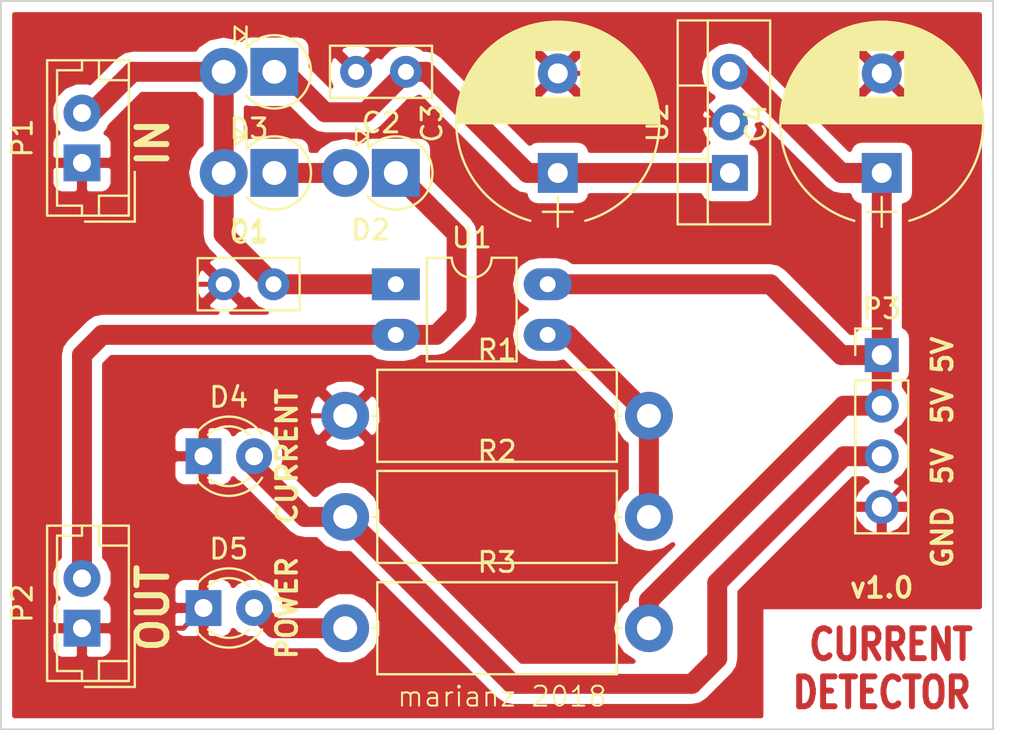
<source format=kicad_pcb>
(kicad_pcb (version 4) (host pcbnew 4.0.4-stable)

  (general
    (links 30)
    (no_connects 0)
    (area 87.833999 81.229999 137.718001 117.906001)
    (thickness 1.6)
    (drawings 17)
    (tracks 81)
    (zones 0)
    (modules 17)
    (nets 10)
  )

  (page A4)
  (layers
    (0 F.Cu signal)
    (31 B.Cu signal)
    (32 B.Adhes user)
    (33 F.Adhes user)
    (34 B.Paste user)
    (35 F.Paste user)
    (36 B.SilkS user)
    (37 F.SilkS user)
    (38 B.Mask user)
    (39 F.Mask user)
    (40 Dwgs.User user)
    (41 Cmts.User user)
    (42 Eco1.User user)
    (43 Eco2.User user)
    (44 Edge.Cuts user)
    (45 Margin user)
    (46 B.CrtYd user)
    (47 F.CrtYd user)
    (48 B.Fab user)
    (49 F.Fab user)
  )

  (setup
    (last_trace_width 1)
    (user_trace_width 1)
    (trace_clearance 0.2)
    (zone_clearance 0.508)
    (zone_45_only no)
    (trace_min 0.2)
    (segment_width 0.2)
    (edge_width 0.1)
    (via_size 0.6)
    (via_drill 0.4)
    (via_min_size 0.4)
    (via_min_drill 0.3)
    (uvia_size 0.3)
    (uvia_drill 0.1)
    (uvias_allowed no)
    (uvia_min_size 0.2)
    (uvia_min_drill 0.1)
    (pcb_text_width 0.3)
    (pcb_text_size 1.5 1.5)
    (mod_edge_width 0.15)
    (mod_text_size 1 1)
    (mod_text_width 0.15)
    (pad_size 1.5 1.5)
    (pad_drill 0.6)
    (pad_to_mask_clearance 0)
    (aux_axis_origin 0 0)
    (visible_elements 7FFFFFFF)
    (pcbplotparams
      (layerselection 0x00030_80000001)
      (usegerberextensions false)
      (excludeedgelayer true)
      (linewidth 0.100000)
      (plotframeref false)
      (viasonmask false)
      (mode 1)
      (useauxorigin false)
      (hpglpennumber 1)
      (hpglpenspeed 20)
      (hpglpendiameter 15)
      (hpglpenoverlay 2)
      (psnegative false)
      (psa4output false)
      (plotreference true)
      (plotvalue true)
      (plotinvisibletext false)
      (padsonsilk false)
      (subtractmaskfromsilk false)
      (outputformat 1)
      (mirror false)
      (drillshape 0)
      (scaleselection 1)
      (outputdirectory ""))
  )

  (net 0 "")
  (net 1 GND)
  (net 2 "Net-(C1-Pad2)")
  (net 3 "Net-(C2-Pad1)")
  (net 4 +5V)
  (net 5 "Net-(D1-Pad1)")
  (net 6 "Net-(D2-Pad1)")
  (net 7 "Net-(D4-Pad2)")
  (net 8 "Net-(D5-Pad2)")
  (net 9 "Net-(R1-Pad2)")

  (net_class Default "This is the default net class."
    (clearance 0.2)
    (trace_width 0.25)
    (via_dia 0.6)
    (via_drill 0.4)
    (uvia_dia 0.3)
    (uvia_drill 0.1)
    (add_net +5V)
    (add_net GND)
    (add_net "Net-(C1-Pad2)")
    (add_net "Net-(C2-Pad1)")
    (add_net "Net-(D1-Pad1)")
    (add_net "Net-(D2-Pad1)")
    (add_net "Net-(D4-Pad2)")
    (add_net "Net-(D5-Pad2)")
    (add_net "Net-(R1-Pad2)")
  )

  (module Capacitors_THT:C_Disc_D5.0mm_W2.5mm_P2.50mm (layer F.Cu) (tedit 597BC7C2) (tstamp 5BD12C30)
    (at 99.06 95.504)
    (descr "C, Disc series, Radial, pin pitch=2.50mm, , diameter*width=5*2.5mm^2, Capacitor, http://cdn-reichelt.de/documents/datenblatt/B300/DS_KERKO_TC.pdf")
    (tags "C Disc series Radial pin pitch 2.50mm  diameter 5mm width 2.5mm Capacitor")
    (path /5B814429)
    (fp_text reference C1 (at 1.25 -2.56) (layer F.SilkS)
      (effects (font (size 1 1) (thickness 0.15)))
    )
    (fp_text value 0.1uF (at 1.25 2.56) (layer F.Fab)
      (effects (font (size 1 1) (thickness 0.15)))
    )
    (fp_line (start -1.25 -1.25) (end -1.25 1.25) (layer F.Fab) (width 0.1))
    (fp_line (start -1.25 1.25) (end 3.75 1.25) (layer F.Fab) (width 0.1))
    (fp_line (start 3.75 1.25) (end 3.75 -1.25) (layer F.Fab) (width 0.1))
    (fp_line (start 3.75 -1.25) (end -1.25 -1.25) (layer F.Fab) (width 0.1))
    (fp_line (start -1.31 -1.31) (end 3.81 -1.31) (layer F.SilkS) (width 0.12))
    (fp_line (start -1.31 1.31) (end 3.81 1.31) (layer F.SilkS) (width 0.12))
    (fp_line (start -1.31 -1.31) (end -1.31 1.31) (layer F.SilkS) (width 0.12))
    (fp_line (start 3.81 -1.31) (end 3.81 1.31) (layer F.SilkS) (width 0.12))
    (fp_line (start -1.6 -1.6) (end -1.6 1.6) (layer F.CrtYd) (width 0.05))
    (fp_line (start -1.6 1.6) (end 4.1 1.6) (layer F.CrtYd) (width 0.05))
    (fp_line (start 4.1 1.6) (end 4.1 -1.6) (layer F.CrtYd) (width 0.05))
    (fp_line (start 4.1 -1.6) (end -1.6 -1.6) (layer F.CrtYd) (width 0.05))
    (fp_text user %R (at 1.25 0) (layer F.Fab)
      (effects (font (size 1 1) (thickness 0.15)))
    )
    (pad 1 thru_hole circle (at 0 0) (size 1.6 1.6) (drill 0.8) (layers *.Cu *.Mask)
      (net 1 GND))
    (pad 2 thru_hole circle (at 2.5 0) (size 1.6 1.6) (drill 0.8) (layers *.Cu *.Mask)
      (net 2 "Net-(C1-Pad2)"))
    (model ${KISYS3DMOD}/Capacitors_THT.3dshapes/C_Disc_D5.0mm_W2.5mm_P2.50mm.wrl
      (at (xyz 0 0 0))
      (scale (xyz 1 1 1))
      (rotate (xyz 0 0 0))
    )
  )

  (module Capacitors_THT:C_Disc_D5.0mm_W2.5mm_P2.50mm (layer F.Cu) (tedit 5BD9165E) (tstamp 5BD12C36)
    (at 108.204 84.836 180)
    (descr "C, Disc series, Radial, pin pitch=2.50mm, , diameter*width=5*2.5mm^2, Capacitor, http://cdn-reichelt.de/documents/datenblatt/B300/DS_KERKO_TC.pdf")
    (tags "C Disc series Radial pin pitch 2.50mm  diameter 5mm width 2.5mm Capacitor")
    (path /5B8129CE)
    (fp_text reference C2 (at 1.25 -2.56 180) (layer F.SilkS)
      (effects (font (size 1 1) (thickness 0.15)))
    )
    (fp_text value "0.1 uF" (at 1.524 2.286 180) (layer F.Fab)
      (effects (font (size 1 1) (thickness 0.15)))
    )
    (fp_line (start -1.25 -1.25) (end -1.25 1.25) (layer F.Fab) (width 0.1))
    (fp_line (start -1.25 1.25) (end 3.75 1.25) (layer F.Fab) (width 0.1))
    (fp_line (start 3.75 1.25) (end 3.75 -1.25) (layer F.Fab) (width 0.1))
    (fp_line (start 3.75 -1.25) (end -1.25 -1.25) (layer F.Fab) (width 0.1))
    (fp_line (start -1.31 -1.31) (end 3.81 -1.31) (layer F.SilkS) (width 0.12))
    (fp_line (start -1.31 1.31) (end 3.81 1.31) (layer F.SilkS) (width 0.12))
    (fp_line (start -1.31 -1.31) (end -1.31 1.31) (layer F.SilkS) (width 0.12))
    (fp_line (start 3.81 -1.31) (end 3.81 1.31) (layer F.SilkS) (width 0.12))
    (fp_line (start -1.6 -1.6) (end -1.6 1.6) (layer F.CrtYd) (width 0.05))
    (fp_line (start -1.6 1.6) (end 4.1 1.6) (layer F.CrtYd) (width 0.05))
    (fp_line (start 4.1 1.6) (end 4.1 -1.6) (layer F.CrtYd) (width 0.05))
    (fp_line (start 4.1 -1.6) (end -1.6 -1.6) (layer F.CrtYd) (width 0.05))
    (fp_text user %R (at 1.25 0 180) (layer F.Fab)
      (effects (font (size 1 1) (thickness 0.15)))
    )
    (pad 1 thru_hole circle (at 0 0 180) (size 1.6 1.6) (drill 0.8) (layers *.Cu *.Mask)
      (net 3 "Net-(C2-Pad1)"))
    (pad 2 thru_hole circle (at 2.5 0 180) (size 1.6 1.6) (drill 0.8) (layers *.Cu *.Mask)
      (net 1 GND))
    (model ${KISYS3DMOD}/Capacitors_THT.3dshapes/C_Disc_D5.0mm_W2.5mm_P2.50mm.wrl
      (at (xyz 0 0 0))
      (scale (xyz 1 1 1))
      (rotate (xyz 0 0 0))
    )
  )

  (module Capacitors_ThroughHole:CP_Radial_D10.0mm_P5.00mm (layer F.Cu) (tedit 597BC7C2) (tstamp 5BD12C3C)
    (at 115.824 89.916 90)
    (descr "CP, Radial series, Radial, pin pitch=5.00mm, , diameter=10mm, Electrolytic Capacitor")
    (tags "CP Radial series Radial pin pitch 5.00mm  diameter 10mm Electrolytic Capacitor")
    (path /5B812A2B)
    (fp_text reference C3 (at 2.5 -6.31 90) (layer F.SilkS)
      (effects (font (size 1 1) (thickness 0.15)))
    )
    (fp_text value 100uF/16V (at 2.5 6.31 90) (layer F.Fab)
      (effects (font (size 1 1) (thickness 0.15)))
    )
    (fp_arc (start 2.5 0) (end -2.399357 -1.38) (angle 148.5) (layer F.SilkS) (width 0.12))
    (fp_arc (start 2.5 0) (end -2.399357 1.38) (angle -148.5) (layer F.SilkS) (width 0.12))
    (fp_arc (start 2.5 0) (end 7.399357 -1.38) (angle 31.5) (layer F.SilkS) (width 0.12))
    (fp_circle (center 2.5 0) (end 7.5 0) (layer F.Fab) (width 0.1))
    (fp_line (start -2.7 0) (end -1.2 0) (layer F.Fab) (width 0.1))
    (fp_line (start -1.95 -0.75) (end -1.95 0.75) (layer F.Fab) (width 0.1))
    (fp_line (start 2.5 -5.05) (end 2.5 5.05) (layer F.SilkS) (width 0.12))
    (fp_line (start 2.54 -5.05) (end 2.54 5.05) (layer F.SilkS) (width 0.12))
    (fp_line (start 2.58 -5.05) (end 2.58 5.05) (layer F.SilkS) (width 0.12))
    (fp_line (start 2.62 -5.049) (end 2.62 5.049) (layer F.SilkS) (width 0.12))
    (fp_line (start 2.66 -5.048) (end 2.66 5.048) (layer F.SilkS) (width 0.12))
    (fp_line (start 2.7 -5.047) (end 2.7 5.047) (layer F.SilkS) (width 0.12))
    (fp_line (start 2.74 -5.045) (end 2.74 5.045) (layer F.SilkS) (width 0.12))
    (fp_line (start 2.78 -5.043) (end 2.78 5.043) (layer F.SilkS) (width 0.12))
    (fp_line (start 2.82 -5.04) (end 2.82 5.04) (layer F.SilkS) (width 0.12))
    (fp_line (start 2.86 -5.038) (end 2.86 5.038) (layer F.SilkS) (width 0.12))
    (fp_line (start 2.9 -5.035) (end 2.9 5.035) (layer F.SilkS) (width 0.12))
    (fp_line (start 2.94 -5.031) (end 2.94 5.031) (layer F.SilkS) (width 0.12))
    (fp_line (start 2.98 -5.028) (end 2.98 5.028) (layer F.SilkS) (width 0.12))
    (fp_line (start 3.02 -5.024) (end 3.02 5.024) (layer F.SilkS) (width 0.12))
    (fp_line (start 3.06 -5.02) (end 3.06 5.02) (layer F.SilkS) (width 0.12))
    (fp_line (start 3.1 -5.015) (end 3.1 5.015) (layer F.SilkS) (width 0.12))
    (fp_line (start 3.14 -5.01) (end 3.14 5.01) (layer F.SilkS) (width 0.12))
    (fp_line (start 3.18 -5.005) (end 3.18 5.005) (layer F.SilkS) (width 0.12))
    (fp_line (start 3.221 -4.999) (end 3.221 4.999) (layer F.SilkS) (width 0.12))
    (fp_line (start 3.261 -4.993) (end 3.261 4.993) (layer F.SilkS) (width 0.12))
    (fp_line (start 3.301 -4.987) (end 3.301 4.987) (layer F.SilkS) (width 0.12))
    (fp_line (start 3.341 -4.981) (end 3.341 4.981) (layer F.SilkS) (width 0.12))
    (fp_line (start 3.381 -4.974) (end 3.381 4.974) (layer F.SilkS) (width 0.12))
    (fp_line (start 3.421 -4.967) (end 3.421 4.967) (layer F.SilkS) (width 0.12))
    (fp_line (start 3.461 -4.959) (end 3.461 4.959) (layer F.SilkS) (width 0.12))
    (fp_line (start 3.501 -4.951) (end 3.501 4.951) (layer F.SilkS) (width 0.12))
    (fp_line (start 3.541 -4.943) (end 3.541 4.943) (layer F.SilkS) (width 0.12))
    (fp_line (start 3.581 -4.935) (end 3.581 4.935) (layer F.SilkS) (width 0.12))
    (fp_line (start 3.621 -4.926) (end 3.621 4.926) (layer F.SilkS) (width 0.12))
    (fp_line (start 3.661 -4.917) (end 3.661 4.917) (layer F.SilkS) (width 0.12))
    (fp_line (start 3.701 -4.907) (end 3.701 4.907) (layer F.SilkS) (width 0.12))
    (fp_line (start 3.741 -4.897) (end 3.741 4.897) (layer F.SilkS) (width 0.12))
    (fp_line (start 3.781 -4.887) (end 3.781 4.887) (layer F.SilkS) (width 0.12))
    (fp_line (start 3.821 -4.876) (end 3.821 -1.181) (layer F.SilkS) (width 0.12))
    (fp_line (start 3.821 1.181) (end 3.821 4.876) (layer F.SilkS) (width 0.12))
    (fp_line (start 3.861 -4.865) (end 3.861 -1.181) (layer F.SilkS) (width 0.12))
    (fp_line (start 3.861 1.181) (end 3.861 4.865) (layer F.SilkS) (width 0.12))
    (fp_line (start 3.901 -4.854) (end 3.901 -1.181) (layer F.SilkS) (width 0.12))
    (fp_line (start 3.901 1.181) (end 3.901 4.854) (layer F.SilkS) (width 0.12))
    (fp_line (start 3.941 -4.843) (end 3.941 -1.181) (layer F.SilkS) (width 0.12))
    (fp_line (start 3.941 1.181) (end 3.941 4.843) (layer F.SilkS) (width 0.12))
    (fp_line (start 3.981 -4.831) (end 3.981 -1.181) (layer F.SilkS) (width 0.12))
    (fp_line (start 3.981 1.181) (end 3.981 4.831) (layer F.SilkS) (width 0.12))
    (fp_line (start 4.021 -4.818) (end 4.021 -1.181) (layer F.SilkS) (width 0.12))
    (fp_line (start 4.021 1.181) (end 4.021 4.818) (layer F.SilkS) (width 0.12))
    (fp_line (start 4.061 -4.806) (end 4.061 -1.181) (layer F.SilkS) (width 0.12))
    (fp_line (start 4.061 1.181) (end 4.061 4.806) (layer F.SilkS) (width 0.12))
    (fp_line (start 4.101 -4.792) (end 4.101 -1.181) (layer F.SilkS) (width 0.12))
    (fp_line (start 4.101 1.181) (end 4.101 4.792) (layer F.SilkS) (width 0.12))
    (fp_line (start 4.141 -4.779) (end 4.141 -1.181) (layer F.SilkS) (width 0.12))
    (fp_line (start 4.141 1.181) (end 4.141 4.779) (layer F.SilkS) (width 0.12))
    (fp_line (start 4.181 -4.765) (end 4.181 -1.181) (layer F.SilkS) (width 0.12))
    (fp_line (start 4.181 1.181) (end 4.181 4.765) (layer F.SilkS) (width 0.12))
    (fp_line (start 4.221 -4.751) (end 4.221 -1.181) (layer F.SilkS) (width 0.12))
    (fp_line (start 4.221 1.181) (end 4.221 4.751) (layer F.SilkS) (width 0.12))
    (fp_line (start 4.261 -4.737) (end 4.261 -1.181) (layer F.SilkS) (width 0.12))
    (fp_line (start 4.261 1.181) (end 4.261 4.737) (layer F.SilkS) (width 0.12))
    (fp_line (start 4.301 -4.722) (end 4.301 -1.181) (layer F.SilkS) (width 0.12))
    (fp_line (start 4.301 1.181) (end 4.301 4.722) (layer F.SilkS) (width 0.12))
    (fp_line (start 4.341 -4.706) (end 4.341 -1.181) (layer F.SilkS) (width 0.12))
    (fp_line (start 4.341 1.181) (end 4.341 4.706) (layer F.SilkS) (width 0.12))
    (fp_line (start 4.381 -4.691) (end 4.381 -1.181) (layer F.SilkS) (width 0.12))
    (fp_line (start 4.381 1.181) (end 4.381 4.691) (layer F.SilkS) (width 0.12))
    (fp_line (start 4.421 -4.674) (end 4.421 -1.181) (layer F.SilkS) (width 0.12))
    (fp_line (start 4.421 1.181) (end 4.421 4.674) (layer F.SilkS) (width 0.12))
    (fp_line (start 4.461 -4.658) (end 4.461 -1.181) (layer F.SilkS) (width 0.12))
    (fp_line (start 4.461 1.181) (end 4.461 4.658) (layer F.SilkS) (width 0.12))
    (fp_line (start 4.501 -4.641) (end 4.501 -1.181) (layer F.SilkS) (width 0.12))
    (fp_line (start 4.501 1.181) (end 4.501 4.641) (layer F.SilkS) (width 0.12))
    (fp_line (start 4.541 -4.624) (end 4.541 -1.181) (layer F.SilkS) (width 0.12))
    (fp_line (start 4.541 1.181) (end 4.541 4.624) (layer F.SilkS) (width 0.12))
    (fp_line (start 4.581 -4.606) (end 4.581 -1.181) (layer F.SilkS) (width 0.12))
    (fp_line (start 4.581 1.181) (end 4.581 4.606) (layer F.SilkS) (width 0.12))
    (fp_line (start 4.621 -4.588) (end 4.621 -1.181) (layer F.SilkS) (width 0.12))
    (fp_line (start 4.621 1.181) (end 4.621 4.588) (layer F.SilkS) (width 0.12))
    (fp_line (start 4.661 -4.569) (end 4.661 -1.181) (layer F.SilkS) (width 0.12))
    (fp_line (start 4.661 1.181) (end 4.661 4.569) (layer F.SilkS) (width 0.12))
    (fp_line (start 4.701 -4.55) (end 4.701 -1.181) (layer F.SilkS) (width 0.12))
    (fp_line (start 4.701 1.181) (end 4.701 4.55) (layer F.SilkS) (width 0.12))
    (fp_line (start 4.741 -4.531) (end 4.741 -1.181) (layer F.SilkS) (width 0.12))
    (fp_line (start 4.741 1.181) (end 4.741 4.531) (layer F.SilkS) (width 0.12))
    (fp_line (start 4.781 -4.511) (end 4.781 -1.181) (layer F.SilkS) (width 0.12))
    (fp_line (start 4.781 1.181) (end 4.781 4.511) (layer F.SilkS) (width 0.12))
    (fp_line (start 4.821 -4.491) (end 4.821 -1.181) (layer F.SilkS) (width 0.12))
    (fp_line (start 4.821 1.181) (end 4.821 4.491) (layer F.SilkS) (width 0.12))
    (fp_line (start 4.861 -4.47) (end 4.861 -1.181) (layer F.SilkS) (width 0.12))
    (fp_line (start 4.861 1.181) (end 4.861 4.47) (layer F.SilkS) (width 0.12))
    (fp_line (start 4.901 -4.449) (end 4.901 -1.181) (layer F.SilkS) (width 0.12))
    (fp_line (start 4.901 1.181) (end 4.901 4.449) (layer F.SilkS) (width 0.12))
    (fp_line (start 4.941 -4.428) (end 4.941 -1.181) (layer F.SilkS) (width 0.12))
    (fp_line (start 4.941 1.181) (end 4.941 4.428) (layer F.SilkS) (width 0.12))
    (fp_line (start 4.981 -4.405) (end 4.981 -1.181) (layer F.SilkS) (width 0.12))
    (fp_line (start 4.981 1.181) (end 4.981 4.405) (layer F.SilkS) (width 0.12))
    (fp_line (start 5.021 -4.383) (end 5.021 -1.181) (layer F.SilkS) (width 0.12))
    (fp_line (start 5.021 1.181) (end 5.021 4.383) (layer F.SilkS) (width 0.12))
    (fp_line (start 5.061 -4.36) (end 5.061 -1.181) (layer F.SilkS) (width 0.12))
    (fp_line (start 5.061 1.181) (end 5.061 4.36) (layer F.SilkS) (width 0.12))
    (fp_line (start 5.101 -4.336) (end 5.101 -1.181) (layer F.SilkS) (width 0.12))
    (fp_line (start 5.101 1.181) (end 5.101 4.336) (layer F.SilkS) (width 0.12))
    (fp_line (start 5.141 -4.312) (end 5.141 -1.181) (layer F.SilkS) (width 0.12))
    (fp_line (start 5.141 1.181) (end 5.141 4.312) (layer F.SilkS) (width 0.12))
    (fp_line (start 5.181 -4.288) (end 5.181 -1.181) (layer F.SilkS) (width 0.12))
    (fp_line (start 5.181 1.181) (end 5.181 4.288) (layer F.SilkS) (width 0.12))
    (fp_line (start 5.221 -4.263) (end 5.221 -1.181) (layer F.SilkS) (width 0.12))
    (fp_line (start 5.221 1.181) (end 5.221 4.263) (layer F.SilkS) (width 0.12))
    (fp_line (start 5.261 -4.237) (end 5.261 -1.181) (layer F.SilkS) (width 0.12))
    (fp_line (start 5.261 1.181) (end 5.261 4.237) (layer F.SilkS) (width 0.12))
    (fp_line (start 5.301 -4.211) (end 5.301 -1.181) (layer F.SilkS) (width 0.12))
    (fp_line (start 5.301 1.181) (end 5.301 4.211) (layer F.SilkS) (width 0.12))
    (fp_line (start 5.341 -4.185) (end 5.341 -1.181) (layer F.SilkS) (width 0.12))
    (fp_line (start 5.341 1.181) (end 5.341 4.185) (layer F.SilkS) (width 0.12))
    (fp_line (start 5.381 -4.157) (end 5.381 -1.181) (layer F.SilkS) (width 0.12))
    (fp_line (start 5.381 1.181) (end 5.381 4.157) (layer F.SilkS) (width 0.12))
    (fp_line (start 5.421 -4.13) (end 5.421 -1.181) (layer F.SilkS) (width 0.12))
    (fp_line (start 5.421 1.181) (end 5.421 4.13) (layer F.SilkS) (width 0.12))
    (fp_line (start 5.461 -4.101) (end 5.461 -1.181) (layer F.SilkS) (width 0.12))
    (fp_line (start 5.461 1.181) (end 5.461 4.101) (layer F.SilkS) (width 0.12))
    (fp_line (start 5.501 -4.072) (end 5.501 -1.181) (layer F.SilkS) (width 0.12))
    (fp_line (start 5.501 1.181) (end 5.501 4.072) (layer F.SilkS) (width 0.12))
    (fp_line (start 5.541 -4.043) (end 5.541 -1.181) (layer F.SilkS) (width 0.12))
    (fp_line (start 5.541 1.181) (end 5.541 4.043) (layer F.SilkS) (width 0.12))
    (fp_line (start 5.581 -4.013) (end 5.581 -1.181) (layer F.SilkS) (width 0.12))
    (fp_line (start 5.581 1.181) (end 5.581 4.013) (layer F.SilkS) (width 0.12))
    (fp_line (start 5.621 -3.982) (end 5.621 -1.181) (layer F.SilkS) (width 0.12))
    (fp_line (start 5.621 1.181) (end 5.621 3.982) (layer F.SilkS) (width 0.12))
    (fp_line (start 5.661 -3.951) (end 5.661 -1.181) (layer F.SilkS) (width 0.12))
    (fp_line (start 5.661 1.181) (end 5.661 3.951) (layer F.SilkS) (width 0.12))
    (fp_line (start 5.701 -3.919) (end 5.701 -1.181) (layer F.SilkS) (width 0.12))
    (fp_line (start 5.701 1.181) (end 5.701 3.919) (layer F.SilkS) (width 0.12))
    (fp_line (start 5.741 -3.886) (end 5.741 -1.181) (layer F.SilkS) (width 0.12))
    (fp_line (start 5.741 1.181) (end 5.741 3.886) (layer F.SilkS) (width 0.12))
    (fp_line (start 5.781 -3.853) (end 5.781 -1.181) (layer F.SilkS) (width 0.12))
    (fp_line (start 5.781 1.181) (end 5.781 3.853) (layer F.SilkS) (width 0.12))
    (fp_line (start 5.821 -3.819) (end 5.821 -1.181) (layer F.SilkS) (width 0.12))
    (fp_line (start 5.821 1.181) (end 5.821 3.819) (layer F.SilkS) (width 0.12))
    (fp_line (start 5.861 -3.784) (end 5.861 -1.181) (layer F.SilkS) (width 0.12))
    (fp_line (start 5.861 1.181) (end 5.861 3.784) (layer F.SilkS) (width 0.12))
    (fp_line (start 5.901 -3.748) (end 5.901 -1.181) (layer F.SilkS) (width 0.12))
    (fp_line (start 5.901 1.181) (end 5.901 3.748) (layer F.SilkS) (width 0.12))
    (fp_line (start 5.941 -3.712) (end 5.941 -1.181) (layer F.SilkS) (width 0.12))
    (fp_line (start 5.941 1.181) (end 5.941 3.712) (layer F.SilkS) (width 0.12))
    (fp_line (start 5.981 -3.675) (end 5.981 -1.181) (layer F.SilkS) (width 0.12))
    (fp_line (start 5.981 1.181) (end 5.981 3.675) (layer F.SilkS) (width 0.12))
    (fp_line (start 6.021 -3.637) (end 6.021 -1.181) (layer F.SilkS) (width 0.12))
    (fp_line (start 6.021 1.181) (end 6.021 3.637) (layer F.SilkS) (width 0.12))
    (fp_line (start 6.061 -3.598) (end 6.061 -1.181) (layer F.SilkS) (width 0.12))
    (fp_line (start 6.061 1.181) (end 6.061 3.598) (layer F.SilkS) (width 0.12))
    (fp_line (start 6.101 -3.559) (end 6.101 -1.181) (layer F.SilkS) (width 0.12))
    (fp_line (start 6.101 1.181) (end 6.101 3.559) (layer F.SilkS) (width 0.12))
    (fp_line (start 6.141 -3.518) (end 6.141 -1.181) (layer F.SilkS) (width 0.12))
    (fp_line (start 6.141 1.181) (end 6.141 3.518) (layer F.SilkS) (width 0.12))
    (fp_line (start 6.181 -3.477) (end 6.181 3.477) (layer F.SilkS) (width 0.12))
    (fp_line (start 6.221 -3.435) (end 6.221 3.435) (layer F.SilkS) (width 0.12))
    (fp_line (start 6.261 -3.391) (end 6.261 3.391) (layer F.SilkS) (width 0.12))
    (fp_line (start 6.301 -3.347) (end 6.301 3.347) (layer F.SilkS) (width 0.12))
    (fp_line (start 6.341 -3.302) (end 6.341 3.302) (layer F.SilkS) (width 0.12))
    (fp_line (start 6.381 -3.255) (end 6.381 3.255) (layer F.SilkS) (width 0.12))
    (fp_line (start 6.421 -3.207) (end 6.421 3.207) (layer F.SilkS) (width 0.12))
    (fp_line (start 6.461 -3.158) (end 6.461 3.158) (layer F.SilkS) (width 0.12))
    (fp_line (start 6.501 -3.108) (end 6.501 3.108) (layer F.SilkS) (width 0.12))
    (fp_line (start 6.541 -3.057) (end 6.541 3.057) (layer F.SilkS) (width 0.12))
    (fp_line (start 6.581 -3.004) (end 6.581 3.004) (layer F.SilkS) (width 0.12))
    (fp_line (start 6.621 -2.949) (end 6.621 2.949) (layer F.SilkS) (width 0.12))
    (fp_line (start 6.661 -2.894) (end 6.661 2.894) (layer F.SilkS) (width 0.12))
    (fp_line (start 6.701 -2.836) (end 6.701 2.836) (layer F.SilkS) (width 0.12))
    (fp_line (start 6.741 -2.777) (end 6.741 2.777) (layer F.SilkS) (width 0.12))
    (fp_line (start 6.781 -2.715) (end 6.781 2.715) (layer F.SilkS) (width 0.12))
    (fp_line (start 6.821 -2.652) (end 6.821 2.652) (layer F.SilkS) (width 0.12))
    (fp_line (start 6.861 -2.587) (end 6.861 2.587) (layer F.SilkS) (width 0.12))
    (fp_line (start 6.901 -2.519) (end 6.901 2.519) (layer F.SilkS) (width 0.12))
    (fp_line (start 6.941 -2.449) (end 6.941 2.449) (layer F.SilkS) (width 0.12))
    (fp_line (start 6.981 -2.377) (end 6.981 2.377) (layer F.SilkS) (width 0.12))
    (fp_line (start 7.021 -2.301) (end 7.021 2.301) (layer F.SilkS) (width 0.12))
    (fp_line (start 7.061 -2.222) (end 7.061 2.222) (layer F.SilkS) (width 0.12))
    (fp_line (start 7.101 -2.14) (end 7.101 2.14) (layer F.SilkS) (width 0.12))
    (fp_line (start 7.141 -2.053) (end 7.141 2.053) (layer F.SilkS) (width 0.12))
    (fp_line (start 7.181 -1.962) (end 7.181 1.962) (layer F.SilkS) (width 0.12))
    (fp_line (start 7.221 -1.866) (end 7.221 1.866) (layer F.SilkS) (width 0.12))
    (fp_line (start 7.261 -1.763) (end 7.261 1.763) (layer F.SilkS) (width 0.12))
    (fp_line (start 7.301 -1.654) (end 7.301 1.654) (layer F.SilkS) (width 0.12))
    (fp_line (start 7.341 -1.536) (end 7.341 1.536) (layer F.SilkS) (width 0.12))
    (fp_line (start 7.381 -1.407) (end 7.381 1.407) (layer F.SilkS) (width 0.12))
    (fp_line (start 7.421 -1.265) (end 7.421 1.265) (layer F.SilkS) (width 0.12))
    (fp_line (start 7.461 -1.104) (end 7.461 1.104) (layer F.SilkS) (width 0.12))
    (fp_line (start 7.501 -0.913) (end 7.501 0.913) (layer F.SilkS) (width 0.12))
    (fp_line (start 7.541 -0.672) (end 7.541 0.672) (layer F.SilkS) (width 0.12))
    (fp_line (start 7.581 -0.279) (end 7.581 0.279) (layer F.SilkS) (width 0.12))
    (fp_line (start -2.7 0) (end -1.2 0) (layer F.SilkS) (width 0.12))
    (fp_line (start -1.95 -0.75) (end -1.95 0.75) (layer F.SilkS) (width 0.12))
    (fp_line (start -2.85 -5.35) (end -2.85 5.35) (layer F.CrtYd) (width 0.05))
    (fp_line (start -2.85 5.35) (end 7.85 5.35) (layer F.CrtYd) (width 0.05))
    (fp_line (start 7.85 5.35) (end 7.85 -5.35) (layer F.CrtYd) (width 0.05))
    (fp_line (start 7.85 -5.35) (end -2.85 -5.35) (layer F.CrtYd) (width 0.05))
    (fp_text user %R (at 2.5 0 90) (layer F.Fab)
      (effects (font (size 1 1) (thickness 0.15)))
    )
    (pad 1 thru_hole rect (at 0 0 90) (size 2 2) (drill 1) (layers *.Cu *.Mask)
      (net 3 "Net-(C2-Pad1)"))
    (pad 2 thru_hole circle (at 5 0 90) (size 2 2) (drill 1) (layers *.Cu *.Mask)
      (net 1 GND))
    (model ${KISYS3DMOD}/Capacitors_THT.3dshapes/CP_Radial_D10.0mm_P5.00mm.wrl
      (at (xyz 0 0 0))
      (scale (xyz 1 1 1))
      (rotate (xyz 0 0 0))
    )
  )

  (module Capacitors_ThroughHole:CP_Radial_D10.0mm_P5.00mm (layer F.Cu) (tedit 597BC7C2) (tstamp 5BD12C42)
    (at 132.08 89.916 90)
    (descr "CP, Radial series, Radial, pin pitch=5.00mm, , diameter=10mm, Electrolytic Capacitor")
    (tags "CP Radial series Radial pin pitch 5.00mm  diameter 10mm Electrolytic Capacitor")
    (path /5B812AD3)
    (fp_text reference C4 (at 2.5 -6.31 90) (layer F.SilkS)
      (effects (font (size 1 1) (thickness 0.15)))
    )
    (fp_text value 100uF/16V (at 2.5 6.31 90) (layer F.Fab)
      (effects (font (size 1 1) (thickness 0.15)))
    )
    (fp_arc (start 2.5 0) (end -2.399357 -1.38) (angle 148.5) (layer F.SilkS) (width 0.12))
    (fp_arc (start 2.5 0) (end -2.399357 1.38) (angle -148.5) (layer F.SilkS) (width 0.12))
    (fp_arc (start 2.5 0) (end 7.399357 -1.38) (angle 31.5) (layer F.SilkS) (width 0.12))
    (fp_circle (center 2.5 0) (end 7.5 0) (layer F.Fab) (width 0.1))
    (fp_line (start -2.7 0) (end -1.2 0) (layer F.Fab) (width 0.1))
    (fp_line (start -1.95 -0.75) (end -1.95 0.75) (layer F.Fab) (width 0.1))
    (fp_line (start 2.5 -5.05) (end 2.5 5.05) (layer F.SilkS) (width 0.12))
    (fp_line (start 2.54 -5.05) (end 2.54 5.05) (layer F.SilkS) (width 0.12))
    (fp_line (start 2.58 -5.05) (end 2.58 5.05) (layer F.SilkS) (width 0.12))
    (fp_line (start 2.62 -5.049) (end 2.62 5.049) (layer F.SilkS) (width 0.12))
    (fp_line (start 2.66 -5.048) (end 2.66 5.048) (layer F.SilkS) (width 0.12))
    (fp_line (start 2.7 -5.047) (end 2.7 5.047) (layer F.SilkS) (width 0.12))
    (fp_line (start 2.74 -5.045) (end 2.74 5.045) (layer F.SilkS) (width 0.12))
    (fp_line (start 2.78 -5.043) (end 2.78 5.043) (layer F.SilkS) (width 0.12))
    (fp_line (start 2.82 -5.04) (end 2.82 5.04) (layer F.SilkS) (width 0.12))
    (fp_line (start 2.86 -5.038) (end 2.86 5.038) (layer F.SilkS) (width 0.12))
    (fp_line (start 2.9 -5.035) (end 2.9 5.035) (layer F.SilkS) (width 0.12))
    (fp_line (start 2.94 -5.031) (end 2.94 5.031) (layer F.SilkS) (width 0.12))
    (fp_line (start 2.98 -5.028) (end 2.98 5.028) (layer F.SilkS) (width 0.12))
    (fp_line (start 3.02 -5.024) (end 3.02 5.024) (layer F.SilkS) (width 0.12))
    (fp_line (start 3.06 -5.02) (end 3.06 5.02) (layer F.SilkS) (width 0.12))
    (fp_line (start 3.1 -5.015) (end 3.1 5.015) (layer F.SilkS) (width 0.12))
    (fp_line (start 3.14 -5.01) (end 3.14 5.01) (layer F.SilkS) (width 0.12))
    (fp_line (start 3.18 -5.005) (end 3.18 5.005) (layer F.SilkS) (width 0.12))
    (fp_line (start 3.221 -4.999) (end 3.221 4.999) (layer F.SilkS) (width 0.12))
    (fp_line (start 3.261 -4.993) (end 3.261 4.993) (layer F.SilkS) (width 0.12))
    (fp_line (start 3.301 -4.987) (end 3.301 4.987) (layer F.SilkS) (width 0.12))
    (fp_line (start 3.341 -4.981) (end 3.341 4.981) (layer F.SilkS) (width 0.12))
    (fp_line (start 3.381 -4.974) (end 3.381 4.974) (layer F.SilkS) (width 0.12))
    (fp_line (start 3.421 -4.967) (end 3.421 4.967) (layer F.SilkS) (width 0.12))
    (fp_line (start 3.461 -4.959) (end 3.461 4.959) (layer F.SilkS) (width 0.12))
    (fp_line (start 3.501 -4.951) (end 3.501 4.951) (layer F.SilkS) (width 0.12))
    (fp_line (start 3.541 -4.943) (end 3.541 4.943) (layer F.SilkS) (width 0.12))
    (fp_line (start 3.581 -4.935) (end 3.581 4.935) (layer F.SilkS) (width 0.12))
    (fp_line (start 3.621 -4.926) (end 3.621 4.926) (layer F.SilkS) (width 0.12))
    (fp_line (start 3.661 -4.917) (end 3.661 4.917) (layer F.SilkS) (width 0.12))
    (fp_line (start 3.701 -4.907) (end 3.701 4.907) (layer F.SilkS) (width 0.12))
    (fp_line (start 3.741 -4.897) (end 3.741 4.897) (layer F.SilkS) (width 0.12))
    (fp_line (start 3.781 -4.887) (end 3.781 4.887) (layer F.SilkS) (width 0.12))
    (fp_line (start 3.821 -4.876) (end 3.821 -1.181) (layer F.SilkS) (width 0.12))
    (fp_line (start 3.821 1.181) (end 3.821 4.876) (layer F.SilkS) (width 0.12))
    (fp_line (start 3.861 -4.865) (end 3.861 -1.181) (layer F.SilkS) (width 0.12))
    (fp_line (start 3.861 1.181) (end 3.861 4.865) (layer F.SilkS) (width 0.12))
    (fp_line (start 3.901 -4.854) (end 3.901 -1.181) (layer F.SilkS) (width 0.12))
    (fp_line (start 3.901 1.181) (end 3.901 4.854) (layer F.SilkS) (width 0.12))
    (fp_line (start 3.941 -4.843) (end 3.941 -1.181) (layer F.SilkS) (width 0.12))
    (fp_line (start 3.941 1.181) (end 3.941 4.843) (layer F.SilkS) (width 0.12))
    (fp_line (start 3.981 -4.831) (end 3.981 -1.181) (layer F.SilkS) (width 0.12))
    (fp_line (start 3.981 1.181) (end 3.981 4.831) (layer F.SilkS) (width 0.12))
    (fp_line (start 4.021 -4.818) (end 4.021 -1.181) (layer F.SilkS) (width 0.12))
    (fp_line (start 4.021 1.181) (end 4.021 4.818) (layer F.SilkS) (width 0.12))
    (fp_line (start 4.061 -4.806) (end 4.061 -1.181) (layer F.SilkS) (width 0.12))
    (fp_line (start 4.061 1.181) (end 4.061 4.806) (layer F.SilkS) (width 0.12))
    (fp_line (start 4.101 -4.792) (end 4.101 -1.181) (layer F.SilkS) (width 0.12))
    (fp_line (start 4.101 1.181) (end 4.101 4.792) (layer F.SilkS) (width 0.12))
    (fp_line (start 4.141 -4.779) (end 4.141 -1.181) (layer F.SilkS) (width 0.12))
    (fp_line (start 4.141 1.181) (end 4.141 4.779) (layer F.SilkS) (width 0.12))
    (fp_line (start 4.181 -4.765) (end 4.181 -1.181) (layer F.SilkS) (width 0.12))
    (fp_line (start 4.181 1.181) (end 4.181 4.765) (layer F.SilkS) (width 0.12))
    (fp_line (start 4.221 -4.751) (end 4.221 -1.181) (layer F.SilkS) (width 0.12))
    (fp_line (start 4.221 1.181) (end 4.221 4.751) (layer F.SilkS) (width 0.12))
    (fp_line (start 4.261 -4.737) (end 4.261 -1.181) (layer F.SilkS) (width 0.12))
    (fp_line (start 4.261 1.181) (end 4.261 4.737) (layer F.SilkS) (width 0.12))
    (fp_line (start 4.301 -4.722) (end 4.301 -1.181) (layer F.SilkS) (width 0.12))
    (fp_line (start 4.301 1.181) (end 4.301 4.722) (layer F.SilkS) (width 0.12))
    (fp_line (start 4.341 -4.706) (end 4.341 -1.181) (layer F.SilkS) (width 0.12))
    (fp_line (start 4.341 1.181) (end 4.341 4.706) (layer F.SilkS) (width 0.12))
    (fp_line (start 4.381 -4.691) (end 4.381 -1.181) (layer F.SilkS) (width 0.12))
    (fp_line (start 4.381 1.181) (end 4.381 4.691) (layer F.SilkS) (width 0.12))
    (fp_line (start 4.421 -4.674) (end 4.421 -1.181) (layer F.SilkS) (width 0.12))
    (fp_line (start 4.421 1.181) (end 4.421 4.674) (layer F.SilkS) (width 0.12))
    (fp_line (start 4.461 -4.658) (end 4.461 -1.181) (layer F.SilkS) (width 0.12))
    (fp_line (start 4.461 1.181) (end 4.461 4.658) (layer F.SilkS) (width 0.12))
    (fp_line (start 4.501 -4.641) (end 4.501 -1.181) (layer F.SilkS) (width 0.12))
    (fp_line (start 4.501 1.181) (end 4.501 4.641) (layer F.SilkS) (width 0.12))
    (fp_line (start 4.541 -4.624) (end 4.541 -1.181) (layer F.SilkS) (width 0.12))
    (fp_line (start 4.541 1.181) (end 4.541 4.624) (layer F.SilkS) (width 0.12))
    (fp_line (start 4.581 -4.606) (end 4.581 -1.181) (layer F.SilkS) (width 0.12))
    (fp_line (start 4.581 1.181) (end 4.581 4.606) (layer F.SilkS) (width 0.12))
    (fp_line (start 4.621 -4.588) (end 4.621 -1.181) (layer F.SilkS) (width 0.12))
    (fp_line (start 4.621 1.181) (end 4.621 4.588) (layer F.SilkS) (width 0.12))
    (fp_line (start 4.661 -4.569) (end 4.661 -1.181) (layer F.SilkS) (width 0.12))
    (fp_line (start 4.661 1.181) (end 4.661 4.569) (layer F.SilkS) (width 0.12))
    (fp_line (start 4.701 -4.55) (end 4.701 -1.181) (layer F.SilkS) (width 0.12))
    (fp_line (start 4.701 1.181) (end 4.701 4.55) (layer F.SilkS) (width 0.12))
    (fp_line (start 4.741 -4.531) (end 4.741 -1.181) (layer F.SilkS) (width 0.12))
    (fp_line (start 4.741 1.181) (end 4.741 4.531) (layer F.SilkS) (width 0.12))
    (fp_line (start 4.781 -4.511) (end 4.781 -1.181) (layer F.SilkS) (width 0.12))
    (fp_line (start 4.781 1.181) (end 4.781 4.511) (layer F.SilkS) (width 0.12))
    (fp_line (start 4.821 -4.491) (end 4.821 -1.181) (layer F.SilkS) (width 0.12))
    (fp_line (start 4.821 1.181) (end 4.821 4.491) (layer F.SilkS) (width 0.12))
    (fp_line (start 4.861 -4.47) (end 4.861 -1.181) (layer F.SilkS) (width 0.12))
    (fp_line (start 4.861 1.181) (end 4.861 4.47) (layer F.SilkS) (width 0.12))
    (fp_line (start 4.901 -4.449) (end 4.901 -1.181) (layer F.SilkS) (width 0.12))
    (fp_line (start 4.901 1.181) (end 4.901 4.449) (layer F.SilkS) (width 0.12))
    (fp_line (start 4.941 -4.428) (end 4.941 -1.181) (layer F.SilkS) (width 0.12))
    (fp_line (start 4.941 1.181) (end 4.941 4.428) (layer F.SilkS) (width 0.12))
    (fp_line (start 4.981 -4.405) (end 4.981 -1.181) (layer F.SilkS) (width 0.12))
    (fp_line (start 4.981 1.181) (end 4.981 4.405) (layer F.SilkS) (width 0.12))
    (fp_line (start 5.021 -4.383) (end 5.021 -1.181) (layer F.SilkS) (width 0.12))
    (fp_line (start 5.021 1.181) (end 5.021 4.383) (layer F.SilkS) (width 0.12))
    (fp_line (start 5.061 -4.36) (end 5.061 -1.181) (layer F.SilkS) (width 0.12))
    (fp_line (start 5.061 1.181) (end 5.061 4.36) (layer F.SilkS) (width 0.12))
    (fp_line (start 5.101 -4.336) (end 5.101 -1.181) (layer F.SilkS) (width 0.12))
    (fp_line (start 5.101 1.181) (end 5.101 4.336) (layer F.SilkS) (width 0.12))
    (fp_line (start 5.141 -4.312) (end 5.141 -1.181) (layer F.SilkS) (width 0.12))
    (fp_line (start 5.141 1.181) (end 5.141 4.312) (layer F.SilkS) (width 0.12))
    (fp_line (start 5.181 -4.288) (end 5.181 -1.181) (layer F.SilkS) (width 0.12))
    (fp_line (start 5.181 1.181) (end 5.181 4.288) (layer F.SilkS) (width 0.12))
    (fp_line (start 5.221 -4.263) (end 5.221 -1.181) (layer F.SilkS) (width 0.12))
    (fp_line (start 5.221 1.181) (end 5.221 4.263) (layer F.SilkS) (width 0.12))
    (fp_line (start 5.261 -4.237) (end 5.261 -1.181) (layer F.SilkS) (width 0.12))
    (fp_line (start 5.261 1.181) (end 5.261 4.237) (layer F.SilkS) (width 0.12))
    (fp_line (start 5.301 -4.211) (end 5.301 -1.181) (layer F.SilkS) (width 0.12))
    (fp_line (start 5.301 1.181) (end 5.301 4.211) (layer F.SilkS) (width 0.12))
    (fp_line (start 5.341 -4.185) (end 5.341 -1.181) (layer F.SilkS) (width 0.12))
    (fp_line (start 5.341 1.181) (end 5.341 4.185) (layer F.SilkS) (width 0.12))
    (fp_line (start 5.381 -4.157) (end 5.381 -1.181) (layer F.SilkS) (width 0.12))
    (fp_line (start 5.381 1.181) (end 5.381 4.157) (layer F.SilkS) (width 0.12))
    (fp_line (start 5.421 -4.13) (end 5.421 -1.181) (layer F.SilkS) (width 0.12))
    (fp_line (start 5.421 1.181) (end 5.421 4.13) (layer F.SilkS) (width 0.12))
    (fp_line (start 5.461 -4.101) (end 5.461 -1.181) (layer F.SilkS) (width 0.12))
    (fp_line (start 5.461 1.181) (end 5.461 4.101) (layer F.SilkS) (width 0.12))
    (fp_line (start 5.501 -4.072) (end 5.501 -1.181) (layer F.SilkS) (width 0.12))
    (fp_line (start 5.501 1.181) (end 5.501 4.072) (layer F.SilkS) (width 0.12))
    (fp_line (start 5.541 -4.043) (end 5.541 -1.181) (layer F.SilkS) (width 0.12))
    (fp_line (start 5.541 1.181) (end 5.541 4.043) (layer F.SilkS) (width 0.12))
    (fp_line (start 5.581 -4.013) (end 5.581 -1.181) (layer F.SilkS) (width 0.12))
    (fp_line (start 5.581 1.181) (end 5.581 4.013) (layer F.SilkS) (width 0.12))
    (fp_line (start 5.621 -3.982) (end 5.621 -1.181) (layer F.SilkS) (width 0.12))
    (fp_line (start 5.621 1.181) (end 5.621 3.982) (layer F.SilkS) (width 0.12))
    (fp_line (start 5.661 -3.951) (end 5.661 -1.181) (layer F.SilkS) (width 0.12))
    (fp_line (start 5.661 1.181) (end 5.661 3.951) (layer F.SilkS) (width 0.12))
    (fp_line (start 5.701 -3.919) (end 5.701 -1.181) (layer F.SilkS) (width 0.12))
    (fp_line (start 5.701 1.181) (end 5.701 3.919) (layer F.SilkS) (width 0.12))
    (fp_line (start 5.741 -3.886) (end 5.741 -1.181) (layer F.SilkS) (width 0.12))
    (fp_line (start 5.741 1.181) (end 5.741 3.886) (layer F.SilkS) (width 0.12))
    (fp_line (start 5.781 -3.853) (end 5.781 -1.181) (layer F.SilkS) (width 0.12))
    (fp_line (start 5.781 1.181) (end 5.781 3.853) (layer F.SilkS) (width 0.12))
    (fp_line (start 5.821 -3.819) (end 5.821 -1.181) (layer F.SilkS) (width 0.12))
    (fp_line (start 5.821 1.181) (end 5.821 3.819) (layer F.SilkS) (width 0.12))
    (fp_line (start 5.861 -3.784) (end 5.861 -1.181) (layer F.SilkS) (width 0.12))
    (fp_line (start 5.861 1.181) (end 5.861 3.784) (layer F.SilkS) (width 0.12))
    (fp_line (start 5.901 -3.748) (end 5.901 -1.181) (layer F.SilkS) (width 0.12))
    (fp_line (start 5.901 1.181) (end 5.901 3.748) (layer F.SilkS) (width 0.12))
    (fp_line (start 5.941 -3.712) (end 5.941 -1.181) (layer F.SilkS) (width 0.12))
    (fp_line (start 5.941 1.181) (end 5.941 3.712) (layer F.SilkS) (width 0.12))
    (fp_line (start 5.981 -3.675) (end 5.981 -1.181) (layer F.SilkS) (width 0.12))
    (fp_line (start 5.981 1.181) (end 5.981 3.675) (layer F.SilkS) (width 0.12))
    (fp_line (start 6.021 -3.637) (end 6.021 -1.181) (layer F.SilkS) (width 0.12))
    (fp_line (start 6.021 1.181) (end 6.021 3.637) (layer F.SilkS) (width 0.12))
    (fp_line (start 6.061 -3.598) (end 6.061 -1.181) (layer F.SilkS) (width 0.12))
    (fp_line (start 6.061 1.181) (end 6.061 3.598) (layer F.SilkS) (width 0.12))
    (fp_line (start 6.101 -3.559) (end 6.101 -1.181) (layer F.SilkS) (width 0.12))
    (fp_line (start 6.101 1.181) (end 6.101 3.559) (layer F.SilkS) (width 0.12))
    (fp_line (start 6.141 -3.518) (end 6.141 -1.181) (layer F.SilkS) (width 0.12))
    (fp_line (start 6.141 1.181) (end 6.141 3.518) (layer F.SilkS) (width 0.12))
    (fp_line (start 6.181 -3.477) (end 6.181 3.477) (layer F.SilkS) (width 0.12))
    (fp_line (start 6.221 -3.435) (end 6.221 3.435) (layer F.SilkS) (width 0.12))
    (fp_line (start 6.261 -3.391) (end 6.261 3.391) (layer F.SilkS) (width 0.12))
    (fp_line (start 6.301 -3.347) (end 6.301 3.347) (layer F.SilkS) (width 0.12))
    (fp_line (start 6.341 -3.302) (end 6.341 3.302) (layer F.SilkS) (width 0.12))
    (fp_line (start 6.381 -3.255) (end 6.381 3.255) (layer F.SilkS) (width 0.12))
    (fp_line (start 6.421 -3.207) (end 6.421 3.207) (layer F.SilkS) (width 0.12))
    (fp_line (start 6.461 -3.158) (end 6.461 3.158) (layer F.SilkS) (width 0.12))
    (fp_line (start 6.501 -3.108) (end 6.501 3.108) (layer F.SilkS) (width 0.12))
    (fp_line (start 6.541 -3.057) (end 6.541 3.057) (layer F.SilkS) (width 0.12))
    (fp_line (start 6.581 -3.004) (end 6.581 3.004) (layer F.SilkS) (width 0.12))
    (fp_line (start 6.621 -2.949) (end 6.621 2.949) (layer F.SilkS) (width 0.12))
    (fp_line (start 6.661 -2.894) (end 6.661 2.894) (layer F.SilkS) (width 0.12))
    (fp_line (start 6.701 -2.836) (end 6.701 2.836) (layer F.SilkS) (width 0.12))
    (fp_line (start 6.741 -2.777) (end 6.741 2.777) (layer F.SilkS) (width 0.12))
    (fp_line (start 6.781 -2.715) (end 6.781 2.715) (layer F.SilkS) (width 0.12))
    (fp_line (start 6.821 -2.652) (end 6.821 2.652) (layer F.SilkS) (width 0.12))
    (fp_line (start 6.861 -2.587) (end 6.861 2.587) (layer F.SilkS) (width 0.12))
    (fp_line (start 6.901 -2.519) (end 6.901 2.519) (layer F.SilkS) (width 0.12))
    (fp_line (start 6.941 -2.449) (end 6.941 2.449) (layer F.SilkS) (width 0.12))
    (fp_line (start 6.981 -2.377) (end 6.981 2.377) (layer F.SilkS) (width 0.12))
    (fp_line (start 7.021 -2.301) (end 7.021 2.301) (layer F.SilkS) (width 0.12))
    (fp_line (start 7.061 -2.222) (end 7.061 2.222) (layer F.SilkS) (width 0.12))
    (fp_line (start 7.101 -2.14) (end 7.101 2.14) (layer F.SilkS) (width 0.12))
    (fp_line (start 7.141 -2.053) (end 7.141 2.053) (layer F.SilkS) (width 0.12))
    (fp_line (start 7.181 -1.962) (end 7.181 1.962) (layer F.SilkS) (width 0.12))
    (fp_line (start 7.221 -1.866) (end 7.221 1.866) (layer F.SilkS) (width 0.12))
    (fp_line (start 7.261 -1.763) (end 7.261 1.763) (layer F.SilkS) (width 0.12))
    (fp_line (start 7.301 -1.654) (end 7.301 1.654) (layer F.SilkS) (width 0.12))
    (fp_line (start 7.341 -1.536) (end 7.341 1.536) (layer F.SilkS) (width 0.12))
    (fp_line (start 7.381 -1.407) (end 7.381 1.407) (layer F.SilkS) (width 0.12))
    (fp_line (start 7.421 -1.265) (end 7.421 1.265) (layer F.SilkS) (width 0.12))
    (fp_line (start 7.461 -1.104) (end 7.461 1.104) (layer F.SilkS) (width 0.12))
    (fp_line (start 7.501 -0.913) (end 7.501 0.913) (layer F.SilkS) (width 0.12))
    (fp_line (start 7.541 -0.672) (end 7.541 0.672) (layer F.SilkS) (width 0.12))
    (fp_line (start 7.581 -0.279) (end 7.581 0.279) (layer F.SilkS) (width 0.12))
    (fp_line (start -2.7 0) (end -1.2 0) (layer F.SilkS) (width 0.12))
    (fp_line (start -1.95 -0.75) (end -1.95 0.75) (layer F.SilkS) (width 0.12))
    (fp_line (start -2.85 -5.35) (end -2.85 5.35) (layer F.CrtYd) (width 0.05))
    (fp_line (start -2.85 5.35) (end 7.85 5.35) (layer F.CrtYd) (width 0.05))
    (fp_line (start 7.85 5.35) (end 7.85 -5.35) (layer F.CrtYd) (width 0.05))
    (fp_line (start 7.85 -5.35) (end -2.85 -5.35) (layer F.CrtYd) (width 0.05))
    (fp_text user %R (at 2.5 0 90) (layer F.Fab)
      (effects (font (size 1 1) (thickness 0.15)))
    )
    (pad 1 thru_hole rect (at 0 0 90) (size 2 2) (drill 1) (layers *.Cu *.Mask)
      (net 4 +5V))
    (pad 2 thru_hole circle (at 5 0 90) (size 2 2) (drill 1) (layers *.Cu *.Mask)
      (net 1 GND))
    (model ${KISYS3DMOD}/Capacitors_THT.3dshapes/CP_Radial_D10.0mm_P5.00mm.wrl
      (at (xyz 0 0 0))
      (scale (xyz 1 1 1))
      (rotate (xyz 0 0 0))
    )
  )

  (module Diodes_THT:D_DO-15_P2.54mm_Vertical_AnodeUp (layer F.Cu) (tedit 5921392E) (tstamp 5BD12C48)
    (at 101.6 89.916 180)
    (descr "D, DO-15 series, Axial, Vertical, pin pitch=2.54mm, , length*diameter=7.6*3.6mm^2, , http://www.diodes.com/_files/packages/DO-15.pdf")
    (tags "D DO-15 series Axial Vertical pin pitch 2.54mm  length 7.6mm diameter 3.6mm")
    (path /5B813DD9)
    (fp_text reference D1 (at 1.27 -2.86 180) (layer F.SilkS)
      (effects (font (size 1 1) (thickness 0.15)))
    )
    (fp_text value 1N4001 (at 1.27 3.749 180) (layer F.Fab)
      (effects (font (size 1 1) (thickness 0.15)))
    )
    (fp_text user K (at -2.56 0 180) (layer F.Fab)
      (effects (font (size 1 1) (thickness 0.15)))
    )
    (fp_text user %R (at 1.27 0 180) (layer F.Fab)
      (effects (font (size 1 1) (thickness 0.15)))
    )
    (fp_line (start 0 0) (end 2.54 0) (layer F.Fab) (width 0.1))
    (fp_line (start 1.397 1.38) (end 1.397 2.269) (layer F.SilkS) (width 0.12))
    (fp_line (start 1.397 1.8245) (end 1.989667 1.38) (layer F.SilkS) (width 0.12))
    (fp_line (start 1.989667 1.38) (end 1.989667 2.269) (layer F.SilkS) (width 0.12))
    (fp_line (start 1.989667 2.269) (end 1.397 1.8245) (layer F.SilkS) (width 0.12))
    (fp_line (start -2.15 -2.15) (end -2.15 2.15) (layer F.CrtYd) (width 0.05))
    (fp_line (start -2.15 2.15) (end 4.05 2.15) (layer F.CrtYd) (width 0.05))
    (fp_line (start 4.05 2.15) (end 4.05 -2.15) (layer F.CrtYd) (width 0.05))
    (fp_line (start 4.05 -2.15) (end -2.15 -2.15) (layer F.CrtYd) (width 0.05))
    (fp_circle (center 0 0) (end 1.8 0) (layer F.Fab) (width 0.1))
    (fp_arc (start 0 0) (end 1.395242 -1.2) (angle -277.2) (layer F.SilkS) (width 0.12))
    (pad 1 thru_hole rect (at 0 0 180) (size 2.4 2.4) (drill 1.2) (layers *.Cu *.Mask)
      (net 5 "Net-(D1-Pad1)"))
    (pad 2 thru_hole oval (at 2.54 0 180) (size 2.4 2.4) (drill 1.2) (layers *.Cu *.Mask)
      (net 2 "Net-(C1-Pad2)"))
    (model ${KISYS3DMOD}/Diodes_THT.3dshapes/D_DO-15_P2.54mm_Vertical_AnodeUp.wrl
      (at (xyz 0 0 0))
      (scale (xyz 0.393701 0.393701 0.393701))
      (rotate (xyz 0 0 0))
    )
  )

  (module Diodes_THT:D_DO-15_P2.54mm_Vertical_AnodeUp (layer F.Cu) (tedit 5921392E) (tstamp 5BD12C4E)
    (at 107.696 89.916 180)
    (descr "D, DO-15 series, Axial, Vertical, pin pitch=2.54mm, , length*diameter=7.6*3.6mm^2, , http://www.diodes.com/_files/packages/DO-15.pdf")
    (tags "D DO-15 series Axial Vertical pin pitch 2.54mm  length 7.6mm diameter 3.6mm")
    (path /5B813E7F)
    (fp_text reference D2 (at 1.27 -2.86 180) (layer F.SilkS)
      (effects (font (size 1 1) (thickness 0.15)))
    )
    (fp_text value 1N4001 (at 1.27 3.749 180) (layer F.Fab)
      (effects (font (size 1 1) (thickness 0.15)))
    )
    (fp_text user K (at -2.56 0 180) (layer F.Fab)
      (effects (font (size 1 1) (thickness 0.15)))
    )
    (fp_text user %R (at 1.27 0 180) (layer F.Fab)
      (effects (font (size 1 1) (thickness 0.15)))
    )
    (fp_line (start 0 0) (end 2.54 0) (layer F.Fab) (width 0.1))
    (fp_line (start 1.397 1.38) (end 1.397 2.269) (layer F.SilkS) (width 0.12))
    (fp_line (start 1.397 1.8245) (end 1.989667 1.38) (layer F.SilkS) (width 0.12))
    (fp_line (start 1.989667 1.38) (end 1.989667 2.269) (layer F.SilkS) (width 0.12))
    (fp_line (start 1.989667 2.269) (end 1.397 1.8245) (layer F.SilkS) (width 0.12))
    (fp_line (start -2.15 -2.15) (end -2.15 2.15) (layer F.CrtYd) (width 0.05))
    (fp_line (start -2.15 2.15) (end 4.05 2.15) (layer F.CrtYd) (width 0.05))
    (fp_line (start 4.05 2.15) (end 4.05 -2.15) (layer F.CrtYd) (width 0.05))
    (fp_line (start 4.05 -2.15) (end -2.15 -2.15) (layer F.CrtYd) (width 0.05))
    (fp_circle (center 0 0) (end 1.8 0) (layer F.Fab) (width 0.1))
    (fp_arc (start 0 0) (end 1.395242 -1.2) (angle -277.2) (layer F.SilkS) (width 0.12))
    (pad 1 thru_hole rect (at 0 0 180) (size 2.4 2.4) (drill 1.2) (layers *.Cu *.Mask)
      (net 6 "Net-(D2-Pad1)"))
    (pad 2 thru_hole oval (at 2.54 0 180) (size 2.4 2.4) (drill 1.2) (layers *.Cu *.Mask)
      (net 5 "Net-(D1-Pad1)"))
    (model ${KISYS3DMOD}/Diodes_THT.3dshapes/D_DO-15_P2.54mm_Vertical_AnodeUp.wrl
      (at (xyz 0 0 0))
      (scale (xyz 0.393701 0.393701 0.393701))
      (rotate (xyz 0 0 0))
    )
  )

  (module LEDs:LED_D3.0mm (layer F.Cu) (tedit 587A3A7B) (tstamp 5BD12C5A)
    (at 98.044 104.14)
    (descr "LED, diameter 3.0mm, 2 pins")
    (tags "LED diameter 3.0mm 2 pins")
    (path /5B814C9D)
    (fp_text reference D4 (at 1.27 -2.96) (layer F.SilkS)
      (effects (font (size 1 1) (thickness 0.15)))
    )
    (fp_text value LED (at 1.27 2.96) (layer F.Fab)
      (effects (font (size 1 1) (thickness 0.15)))
    )
    (fp_arc (start 1.27 0) (end -0.23 -1.16619) (angle 284.3) (layer F.Fab) (width 0.1))
    (fp_arc (start 1.27 0) (end -0.29 -1.235516) (angle 108.8) (layer F.SilkS) (width 0.12))
    (fp_arc (start 1.27 0) (end -0.29 1.235516) (angle -108.8) (layer F.SilkS) (width 0.12))
    (fp_arc (start 1.27 0) (end 0.229039 -1.08) (angle 87.9) (layer F.SilkS) (width 0.12))
    (fp_arc (start 1.27 0) (end 0.229039 1.08) (angle -87.9) (layer F.SilkS) (width 0.12))
    (fp_circle (center 1.27 0) (end 2.77 0) (layer F.Fab) (width 0.1))
    (fp_line (start -0.23 -1.16619) (end -0.23 1.16619) (layer F.Fab) (width 0.1))
    (fp_line (start -0.29 -1.236) (end -0.29 -1.08) (layer F.SilkS) (width 0.12))
    (fp_line (start -0.29 1.08) (end -0.29 1.236) (layer F.SilkS) (width 0.12))
    (fp_line (start -1.15 -2.25) (end -1.15 2.25) (layer F.CrtYd) (width 0.05))
    (fp_line (start -1.15 2.25) (end 3.7 2.25) (layer F.CrtYd) (width 0.05))
    (fp_line (start 3.7 2.25) (end 3.7 -2.25) (layer F.CrtYd) (width 0.05))
    (fp_line (start 3.7 -2.25) (end -1.15 -2.25) (layer F.CrtYd) (width 0.05))
    (pad 1 thru_hole rect (at 0 0) (size 1.8 1.8) (drill 0.9) (layers *.Cu *.Mask)
      (net 1 GND))
    (pad 2 thru_hole circle (at 2.54 0) (size 1.8 1.8) (drill 0.9) (layers *.Cu *.Mask)
      (net 7 "Net-(D4-Pad2)"))
    (model ${KISYS3DMOD}/LEDs.3dshapes/LED_D3.0mm.wrl
      (at (xyz 0 0 0))
      (scale (xyz 0.393701 0.393701 0.393701))
      (rotate (xyz 0 0 0))
    )
  )

  (module LEDs:LED_D3.0mm (layer F.Cu) (tedit 587A3A7B) (tstamp 5BD12C60)
    (at 98.044 111.76)
    (descr "LED, diameter 3.0mm, 2 pins")
    (tags "LED diameter 3.0mm 2 pins")
    (path /5B812DED)
    (fp_text reference D5 (at 1.27 -2.96) (layer F.SilkS)
      (effects (font (size 1 1) (thickness 0.15)))
    )
    (fp_text value LED (at 1.27 2.96) (layer F.Fab)
      (effects (font (size 1 1) (thickness 0.15)))
    )
    (fp_arc (start 1.27 0) (end -0.23 -1.16619) (angle 284.3) (layer F.Fab) (width 0.1))
    (fp_arc (start 1.27 0) (end -0.29 -1.235516) (angle 108.8) (layer F.SilkS) (width 0.12))
    (fp_arc (start 1.27 0) (end -0.29 1.235516) (angle -108.8) (layer F.SilkS) (width 0.12))
    (fp_arc (start 1.27 0) (end 0.229039 -1.08) (angle 87.9) (layer F.SilkS) (width 0.12))
    (fp_arc (start 1.27 0) (end 0.229039 1.08) (angle -87.9) (layer F.SilkS) (width 0.12))
    (fp_circle (center 1.27 0) (end 2.77 0) (layer F.Fab) (width 0.1))
    (fp_line (start -0.23 -1.16619) (end -0.23 1.16619) (layer F.Fab) (width 0.1))
    (fp_line (start -0.29 -1.236) (end -0.29 -1.08) (layer F.SilkS) (width 0.12))
    (fp_line (start -0.29 1.08) (end -0.29 1.236) (layer F.SilkS) (width 0.12))
    (fp_line (start -1.15 -2.25) (end -1.15 2.25) (layer F.CrtYd) (width 0.05))
    (fp_line (start -1.15 2.25) (end 3.7 2.25) (layer F.CrtYd) (width 0.05))
    (fp_line (start 3.7 2.25) (end 3.7 -2.25) (layer F.CrtYd) (width 0.05))
    (fp_line (start 3.7 -2.25) (end -1.15 -2.25) (layer F.CrtYd) (width 0.05))
    (pad 1 thru_hole rect (at 0 0) (size 1.8 1.8) (drill 0.9) (layers *.Cu *.Mask)
      (net 1 GND))
    (pad 2 thru_hole circle (at 2.54 0) (size 1.8 1.8) (drill 0.9) (layers *.Cu *.Mask)
      (net 8 "Net-(D5-Pad2)"))
    (model ${KISYS3DMOD}/LEDs.3dshapes/LED_D3.0mm.wrl
      (at (xyz 0 0 0))
      (scale (xyz 0.393701 0.393701 0.393701))
      (rotate (xyz 0 0 0))
    )
  )

  (module Resistors_ThroughHole:R_Axial_DIN0414_L11.9mm_D4.5mm_P15.24mm_Horizontal (layer F.Cu) (tedit 5874F706) (tstamp 5BD12C72)
    (at 105.156 102.108)
    (descr "Resistor, Axial_DIN0414 series, Axial, Horizontal, pin pitch=15.24mm, 2W, length*diameter=11.9*4.5mm^2, http://www.vishay.com/docs/20128/wkxwrx.pdf")
    (tags "Resistor Axial_DIN0414 series Axial Horizontal pin pitch 15.24mm 2W length 11.9mm diameter 4.5mm")
    (path /5B814BA1)
    (fp_text reference R1 (at 7.62 -3.31) (layer F.SilkS)
      (effects (font (size 1 1) (thickness 0.15)))
    )
    (fp_text value 1K (at 7.62 3.31) (layer F.Fab)
      (effects (font (size 1 1) (thickness 0.15)))
    )
    (fp_line (start 1.67 -2.25) (end 1.67 2.25) (layer F.Fab) (width 0.1))
    (fp_line (start 1.67 2.25) (end 13.57 2.25) (layer F.Fab) (width 0.1))
    (fp_line (start 13.57 2.25) (end 13.57 -2.25) (layer F.Fab) (width 0.1))
    (fp_line (start 13.57 -2.25) (end 1.67 -2.25) (layer F.Fab) (width 0.1))
    (fp_line (start 0 0) (end 1.67 0) (layer F.Fab) (width 0.1))
    (fp_line (start 15.24 0) (end 13.57 0) (layer F.Fab) (width 0.1))
    (fp_line (start 1.61 -2.31) (end 1.61 2.31) (layer F.SilkS) (width 0.12))
    (fp_line (start 1.61 2.31) (end 13.63 2.31) (layer F.SilkS) (width 0.12))
    (fp_line (start 13.63 2.31) (end 13.63 -2.31) (layer F.SilkS) (width 0.12))
    (fp_line (start 13.63 -2.31) (end 1.61 -2.31) (layer F.SilkS) (width 0.12))
    (fp_line (start 1.38 0) (end 1.61 0) (layer F.SilkS) (width 0.12))
    (fp_line (start 13.86 0) (end 13.63 0) (layer F.SilkS) (width 0.12))
    (fp_line (start -1.45 -2.6) (end -1.45 2.6) (layer F.CrtYd) (width 0.05))
    (fp_line (start -1.45 2.6) (end 16.7 2.6) (layer F.CrtYd) (width 0.05))
    (fp_line (start 16.7 2.6) (end 16.7 -2.6) (layer F.CrtYd) (width 0.05))
    (fp_line (start 16.7 -2.6) (end -1.45 -2.6) (layer F.CrtYd) (width 0.05))
    (pad 1 thru_hole circle (at 0 0) (size 2.4 2.4) (drill 1.2) (layers *.Cu *.Mask)
      (net 1 GND))
    (pad 2 thru_hole oval (at 15.24 0) (size 2.4 2.4) (drill 1.2) (layers *.Cu *.Mask)
      (net 9 "Net-(R1-Pad2)"))
    (model ${KISYS3DMOD}/Resistors_THT.3dshapes/R_Axial_DIN0414_L11.9mm_D4.5mm_P15.24mm_Horizontal.wrl
      (at (xyz 0 0 0))
      (scale (xyz 0.393701 0.393701 0.393701))
      (rotate (xyz 0 0 0))
    )
  )

  (module Resistors_ThroughHole:R_Axial_DIN0414_L11.9mm_D4.5mm_P15.24mm_Horizontal (layer F.Cu) (tedit 5874F706) (tstamp 5BD12C78)
    (at 105.156 107.188)
    (descr "Resistor, Axial_DIN0414 series, Axial, Horizontal, pin pitch=15.24mm, 2W, length*diameter=11.9*4.5mm^2, http://www.vishay.com/docs/20128/wkxwrx.pdf")
    (tags "Resistor Axial_DIN0414 series Axial Horizontal pin pitch 15.24mm 2W length 11.9mm diameter 4.5mm")
    (path /5B814A4A)
    (fp_text reference R2 (at 7.62 -3.31) (layer F.SilkS)
      (effects (font (size 1 1) (thickness 0.15)))
    )
    (fp_text value 1K (at 7.62 3.31) (layer F.Fab)
      (effects (font (size 1 1) (thickness 0.15)))
    )
    (fp_line (start 1.67 -2.25) (end 1.67 2.25) (layer F.Fab) (width 0.1))
    (fp_line (start 1.67 2.25) (end 13.57 2.25) (layer F.Fab) (width 0.1))
    (fp_line (start 13.57 2.25) (end 13.57 -2.25) (layer F.Fab) (width 0.1))
    (fp_line (start 13.57 -2.25) (end 1.67 -2.25) (layer F.Fab) (width 0.1))
    (fp_line (start 0 0) (end 1.67 0) (layer F.Fab) (width 0.1))
    (fp_line (start 15.24 0) (end 13.57 0) (layer F.Fab) (width 0.1))
    (fp_line (start 1.61 -2.31) (end 1.61 2.31) (layer F.SilkS) (width 0.12))
    (fp_line (start 1.61 2.31) (end 13.63 2.31) (layer F.SilkS) (width 0.12))
    (fp_line (start 13.63 2.31) (end 13.63 -2.31) (layer F.SilkS) (width 0.12))
    (fp_line (start 13.63 -2.31) (end 1.61 -2.31) (layer F.SilkS) (width 0.12))
    (fp_line (start 1.38 0) (end 1.61 0) (layer F.SilkS) (width 0.12))
    (fp_line (start 13.86 0) (end 13.63 0) (layer F.SilkS) (width 0.12))
    (fp_line (start -1.45 -2.6) (end -1.45 2.6) (layer F.CrtYd) (width 0.05))
    (fp_line (start -1.45 2.6) (end 16.7 2.6) (layer F.CrtYd) (width 0.05))
    (fp_line (start 16.7 2.6) (end 16.7 -2.6) (layer F.CrtYd) (width 0.05))
    (fp_line (start 16.7 -2.6) (end -1.45 -2.6) (layer F.CrtYd) (width 0.05))
    (pad 1 thru_hole circle (at 0 0) (size 2.4 2.4) (drill 1.2) (layers *.Cu *.Mask)
      (net 7 "Net-(D4-Pad2)"))
    (pad 2 thru_hole oval (at 15.24 0) (size 2.4 2.4) (drill 1.2) (layers *.Cu *.Mask)
      (net 9 "Net-(R1-Pad2)"))
    (model ${KISYS3DMOD}/Resistors_THT.3dshapes/R_Axial_DIN0414_L11.9mm_D4.5mm_P15.24mm_Horizontal.wrl
      (at (xyz 0 0 0))
      (scale (xyz 0.393701 0.393701 0.393701))
      (rotate (xyz 0 0 0))
    )
  )

  (module Resistors_ThroughHole:R_Axial_DIN0414_L11.9mm_D4.5mm_P15.24mm_Horizontal (layer F.Cu) (tedit 5874F706) (tstamp 5BD12C7E)
    (at 105.156 112.776)
    (descr "Resistor, Axial_DIN0414 series, Axial, Horizontal, pin pitch=15.24mm, 2W, length*diameter=11.9*4.5mm^2, http://www.vishay.com/docs/20128/wkxwrx.pdf")
    (tags "Resistor Axial_DIN0414 series Axial Horizontal pin pitch 15.24mm 2W length 11.9mm diameter 4.5mm")
    (path /5B812D13)
    (fp_text reference R3 (at 7.62 -3.31) (layer F.SilkS)
      (effects (font (size 1 1) (thickness 0.15)))
    )
    (fp_text value 10K (at 7.62 3.31) (layer F.Fab)
      (effects (font (size 1 1) (thickness 0.15)))
    )
    (fp_line (start 1.67 -2.25) (end 1.67 2.25) (layer F.Fab) (width 0.1))
    (fp_line (start 1.67 2.25) (end 13.57 2.25) (layer F.Fab) (width 0.1))
    (fp_line (start 13.57 2.25) (end 13.57 -2.25) (layer F.Fab) (width 0.1))
    (fp_line (start 13.57 -2.25) (end 1.67 -2.25) (layer F.Fab) (width 0.1))
    (fp_line (start 0 0) (end 1.67 0) (layer F.Fab) (width 0.1))
    (fp_line (start 15.24 0) (end 13.57 0) (layer F.Fab) (width 0.1))
    (fp_line (start 1.61 -2.31) (end 1.61 2.31) (layer F.SilkS) (width 0.12))
    (fp_line (start 1.61 2.31) (end 13.63 2.31) (layer F.SilkS) (width 0.12))
    (fp_line (start 13.63 2.31) (end 13.63 -2.31) (layer F.SilkS) (width 0.12))
    (fp_line (start 13.63 -2.31) (end 1.61 -2.31) (layer F.SilkS) (width 0.12))
    (fp_line (start 1.38 0) (end 1.61 0) (layer F.SilkS) (width 0.12))
    (fp_line (start 13.86 0) (end 13.63 0) (layer F.SilkS) (width 0.12))
    (fp_line (start -1.45 -2.6) (end -1.45 2.6) (layer F.CrtYd) (width 0.05))
    (fp_line (start -1.45 2.6) (end 16.7 2.6) (layer F.CrtYd) (width 0.05))
    (fp_line (start 16.7 2.6) (end 16.7 -2.6) (layer F.CrtYd) (width 0.05))
    (fp_line (start 16.7 -2.6) (end -1.45 -2.6) (layer F.CrtYd) (width 0.05))
    (pad 1 thru_hole circle (at 0 0) (size 2.4 2.4) (drill 1.2) (layers *.Cu *.Mask)
      (net 8 "Net-(D5-Pad2)"))
    (pad 2 thru_hole oval (at 15.24 0) (size 2.4 2.4) (drill 1.2) (layers *.Cu *.Mask)
      (net 4 +5V))
    (model ${KISYS3DMOD}/Resistors_THT.3dshapes/R_Axial_DIN0414_L11.9mm_D4.5mm_P15.24mm_Horizontal.wrl
      (at (xyz 0 0 0))
      (scale (xyz 0.393701 0.393701 0.393701))
      (rotate (xyz 0 0 0))
    )
  )

  (module Housings_DIP:DIP-4_W7.62mm_LongPads (layer F.Cu) (tedit 59C78D6B) (tstamp 5BD12C86)
    (at 107.696 95.504)
    (descr "4-lead though-hole mounted DIP package, row spacing 7.62 mm (300 mils), LongPads")
    (tags "THT DIP DIL PDIP 2.54mm 7.62mm 300mil LongPads")
    (path /5B8138D4)
    (fp_text reference U1 (at 3.81 -2.33) (layer F.SilkS)
      (effects (font (size 1 1) (thickness 0.15)))
    )
    (fp_text value PC817 (at 3.81 4.87) (layer F.Fab)
      (effects (font (size 1 1) (thickness 0.15)))
    )
    (fp_arc (start 3.81 -1.33) (end 2.81 -1.33) (angle -180) (layer F.SilkS) (width 0.12))
    (fp_line (start 1.635 -1.27) (end 6.985 -1.27) (layer F.Fab) (width 0.1))
    (fp_line (start 6.985 -1.27) (end 6.985 3.81) (layer F.Fab) (width 0.1))
    (fp_line (start 6.985 3.81) (end 0.635 3.81) (layer F.Fab) (width 0.1))
    (fp_line (start 0.635 3.81) (end 0.635 -0.27) (layer F.Fab) (width 0.1))
    (fp_line (start 0.635 -0.27) (end 1.635 -1.27) (layer F.Fab) (width 0.1))
    (fp_line (start 2.81 -1.33) (end 1.56 -1.33) (layer F.SilkS) (width 0.12))
    (fp_line (start 1.56 -1.33) (end 1.56 3.87) (layer F.SilkS) (width 0.12))
    (fp_line (start 1.56 3.87) (end 6.06 3.87) (layer F.SilkS) (width 0.12))
    (fp_line (start 6.06 3.87) (end 6.06 -1.33) (layer F.SilkS) (width 0.12))
    (fp_line (start 6.06 -1.33) (end 4.81 -1.33) (layer F.SilkS) (width 0.12))
    (fp_line (start -1.45 -1.55) (end -1.45 4.1) (layer F.CrtYd) (width 0.05))
    (fp_line (start -1.45 4.1) (end 9.1 4.1) (layer F.CrtYd) (width 0.05))
    (fp_line (start 9.1 4.1) (end 9.1 -1.55) (layer F.CrtYd) (width 0.05))
    (fp_line (start 9.1 -1.55) (end -1.45 -1.55) (layer F.CrtYd) (width 0.05))
    (fp_text user %R (at 3.81 1.27) (layer F.Fab)
      (effects (font (size 1 1) (thickness 0.15)))
    )
    (pad 1 thru_hole rect (at 0 0) (size 2.4 1.6) (drill 0.8) (layers *.Cu *.Mask)
      (net 2 "Net-(C1-Pad2)"))
    (pad 3 thru_hole oval (at 7.62 2.54) (size 2.4 1.6) (drill 0.8) (layers *.Cu *.Mask)
      (net 9 "Net-(R1-Pad2)"))
    (pad 2 thru_hole oval (at 0 2.54) (size 2.4 1.6) (drill 0.8) (layers *.Cu *.Mask)
      (net 6 "Net-(D2-Pad1)"))
    (pad 4 thru_hole oval (at 7.62 0) (size 2.4 1.6) (drill 0.8) (layers *.Cu *.Mask)
      (net 4 +5V))
    (model ${KISYS3DMOD}/Housings_DIP.3dshapes/DIP-4_W7.62mm.wrl
      (at (xyz 0 0 0))
      (scale (xyz 1 1 1))
      (rotate (xyz 0 0 0))
    )
  )

  (module TO_SOT_Packages_THT:TO-220-3_Vertical (layer F.Cu) (tedit 58CE52AD) (tstamp 5BD12CA0)
    (at 124.46 89.916 90)
    (descr "TO-220-3, Vertical, RM 2.54mm")
    (tags "TO-220-3 Vertical RM 2.54mm")
    (path /5BD13001)
    (fp_text reference U2 (at 2.54 -3.62 90) (layer F.SilkS)
      (effects (font (size 1 1) (thickness 0.15)))
    )
    (fp_text value 7805 (at 2.54 3.92 90) (layer F.Fab)
      (effects (font (size 1 1) (thickness 0.15)))
    )
    (fp_text user %R (at 2.54 -3.62 90) (layer F.Fab)
      (effects (font (size 1 1) (thickness 0.15)))
    )
    (fp_line (start -2.46 -2.5) (end -2.46 1.9) (layer F.Fab) (width 0.1))
    (fp_line (start -2.46 1.9) (end 7.54 1.9) (layer F.Fab) (width 0.1))
    (fp_line (start 7.54 1.9) (end 7.54 -2.5) (layer F.Fab) (width 0.1))
    (fp_line (start 7.54 -2.5) (end -2.46 -2.5) (layer F.Fab) (width 0.1))
    (fp_line (start -2.46 -1.23) (end 7.54 -1.23) (layer F.Fab) (width 0.1))
    (fp_line (start 0.69 -2.5) (end 0.69 -1.23) (layer F.Fab) (width 0.1))
    (fp_line (start 4.39 -2.5) (end 4.39 -1.23) (layer F.Fab) (width 0.1))
    (fp_line (start -2.58 -2.62) (end 7.66 -2.62) (layer F.SilkS) (width 0.12))
    (fp_line (start -2.58 2.021) (end 7.66 2.021) (layer F.SilkS) (width 0.12))
    (fp_line (start -2.58 -2.62) (end -2.58 2.021) (layer F.SilkS) (width 0.12))
    (fp_line (start 7.66 -2.62) (end 7.66 2.021) (layer F.SilkS) (width 0.12))
    (fp_line (start -2.58 -1.11) (end 7.66 -1.11) (layer F.SilkS) (width 0.12))
    (fp_line (start 0.69 -2.62) (end 0.69 -1.11) (layer F.SilkS) (width 0.12))
    (fp_line (start 4.391 -2.62) (end 4.391 -1.11) (layer F.SilkS) (width 0.12))
    (fp_line (start -2.71 -2.75) (end -2.71 2.16) (layer F.CrtYd) (width 0.05))
    (fp_line (start -2.71 2.16) (end 7.79 2.16) (layer F.CrtYd) (width 0.05))
    (fp_line (start 7.79 2.16) (end 7.79 -2.75) (layer F.CrtYd) (width 0.05))
    (fp_line (start 7.79 -2.75) (end -2.71 -2.75) (layer F.CrtYd) (width 0.05))
    (pad 1 thru_hole rect (at 0 0 90) (size 1.8 1.8) (drill 1) (layers *.Cu *.Mask)
      (net 3 "Net-(C2-Pad1)"))
    (pad 2 thru_hole oval (at 2.54 0 90) (size 1.8 1.8) (drill 1) (layers *.Cu *.Mask)
      (net 1 GND))
    (pad 3 thru_hole oval (at 5.08 0 90) (size 1.8 1.8) (drill 1) (layers *.Cu *.Mask)
      (net 4 +5V))
    (model ${KISYS3DMOD}/TO_SOT_Packages_THT.3dshapes/TO-220-3_Vertical.wrl
      (at (xyz 0.1 0 0))
      (scale (xyz 0.393701 0.393701 0.393701))
      (rotate (xyz 0 0 0))
    )
  )

  (module Diodes_THT:D_DO-15_P2.54mm_Vertical_AnodeUp (layer F.Cu) (tedit 5BD91659) (tstamp 5BD13160)
    (at 101.6 84.836 180)
    (descr "D, DO-15 series, Axial, Vertical, pin pitch=2.54mm, , length*diameter=7.6*3.6mm^2, , http://www.diodes.com/_files/packages/DO-15.pdf")
    (tags "D DO-15 series Axial Vertical pin pitch 2.54mm  length 7.6mm diameter 3.6mm")
    (path /5B8132A1)
    (fp_text reference D3 (at 1.27 -2.86 180) (layer F.SilkS)
      (effects (font (size 1 1) (thickness 0.15)))
    )
    (fp_text value 1N4001 (at 1.27 2.286 180) (layer F.Fab)
      (effects (font (size 1 1) (thickness 0.15)))
    )
    (fp_text user K (at -2.56 0 180) (layer F.Fab)
      (effects (font (size 1 1) (thickness 0.15)))
    )
    (fp_text user %R (at 1.27 0 180) (layer F.Fab)
      (effects (font (size 1 1) (thickness 0.15)))
    )
    (fp_line (start 0 0) (end 2.54 0) (layer F.Fab) (width 0.1))
    (fp_line (start 1.397 1.38) (end 1.397 2.269) (layer F.SilkS) (width 0.12))
    (fp_line (start 1.397 1.8245) (end 1.989667 1.38) (layer F.SilkS) (width 0.12))
    (fp_line (start 1.989667 1.38) (end 1.989667 2.269) (layer F.SilkS) (width 0.12))
    (fp_line (start 1.989667 2.269) (end 1.397 1.8245) (layer F.SilkS) (width 0.12))
    (fp_line (start -2.15 -2.15) (end -2.15 2.15) (layer F.CrtYd) (width 0.05))
    (fp_line (start -2.15 2.15) (end 4.05 2.15) (layer F.CrtYd) (width 0.05))
    (fp_line (start 4.05 2.15) (end 4.05 -2.15) (layer F.CrtYd) (width 0.05))
    (fp_line (start 4.05 -2.15) (end -2.15 -2.15) (layer F.CrtYd) (width 0.05))
    (fp_circle (center 0 0) (end 1.8 0) (layer F.Fab) (width 0.1))
    (fp_arc (start 0 0) (end 1.395242 -1.2) (angle -277.2) (layer F.SilkS) (width 0.12))
    (pad 1 thru_hole rect (at 0 0 180) (size 2.4 2.4) (drill 1.2) (layers *.Cu *.Mask)
      (net 3 "Net-(C2-Pad1)"))
    (pad 2 thru_hole oval (at 2.54 0 180) (size 2.4 2.4) (drill 1.2) (layers *.Cu *.Mask)
      (net 2 "Net-(C1-Pad2)"))
    (model ${KISYS3DMOD}/Diodes_THT.3dshapes/D_DO-15_P2.54mm_Vertical_AnodeUp.wrl
      (at (xyz 0 0 0))
      (scale (xyz 0.393701 0.393701 0.393701))
      (rotate (xyz 0 0 0))
    )
  )

  (module Pin_Headers:Pin_Header_Straight_1x04_Pitch2.54mm (layer F.Cu) (tedit 59650532) (tstamp 5BD15F68)
    (at 132.08 99.06)
    (descr "Through hole straight pin header, 1x04, 2.54mm pitch, single row")
    (tags "Through hole pin header THT 1x04 2.54mm single row")
    (path /5BD182BA)
    (fp_text reference P3 (at 0 -2.33) (layer F.SilkS)
      (effects (font (size 1 1) (thickness 0.15)))
    )
    (fp_text value CONN_01X04 (at 0 9.95) (layer F.Fab)
      (effects (font (size 1 1) (thickness 0.15)))
    )
    (fp_line (start -0.635 -1.27) (end 1.27 -1.27) (layer F.Fab) (width 0.1))
    (fp_line (start 1.27 -1.27) (end 1.27 8.89) (layer F.Fab) (width 0.1))
    (fp_line (start 1.27 8.89) (end -1.27 8.89) (layer F.Fab) (width 0.1))
    (fp_line (start -1.27 8.89) (end -1.27 -0.635) (layer F.Fab) (width 0.1))
    (fp_line (start -1.27 -0.635) (end -0.635 -1.27) (layer F.Fab) (width 0.1))
    (fp_line (start -1.33 8.95) (end 1.33 8.95) (layer F.SilkS) (width 0.12))
    (fp_line (start -1.33 1.27) (end -1.33 8.95) (layer F.SilkS) (width 0.12))
    (fp_line (start 1.33 1.27) (end 1.33 8.95) (layer F.SilkS) (width 0.12))
    (fp_line (start -1.33 1.27) (end 1.33 1.27) (layer F.SilkS) (width 0.12))
    (fp_line (start -1.33 0) (end -1.33 -1.33) (layer F.SilkS) (width 0.12))
    (fp_line (start -1.33 -1.33) (end 0 -1.33) (layer F.SilkS) (width 0.12))
    (fp_line (start -1.8 -1.8) (end -1.8 9.4) (layer F.CrtYd) (width 0.05))
    (fp_line (start -1.8 9.4) (end 1.8 9.4) (layer F.CrtYd) (width 0.05))
    (fp_line (start 1.8 9.4) (end 1.8 -1.8) (layer F.CrtYd) (width 0.05))
    (fp_line (start 1.8 -1.8) (end -1.8 -1.8) (layer F.CrtYd) (width 0.05))
    (fp_text user %R (at 0 3.81 90) (layer F.Fab)
      (effects (font (size 1 1) (thickness 0.15)))
    )
    (pad 1 thru_hole rect (at 0 0) (size 1.7 1.7) (drill 1) (layers *.Cu *.Mask)
      (net 4 +5V))
    (pad 2 thru_hole oval (at 0 2.54) (size 1.7 1.7) (drill 1) (layers *.Cu *.Mask)
      (net 4 +5V))
    (pad 3 thru_hole oval (at 0 5.08) (size 1.7 1.7) (drill 1) (layers *.Cu *.Mask)
      (net 7 "Net-(D4-Pad2)"))
    (pad 4 thru_hole oval (at 0 7.62) (size 1.7 1.7) (drill 1) (layers *.Cu *.Mask)
      (net 1 GND))
    (model ${KISYS3DMOD}/Pin_Headers.3dshapes/Pin_Header_Straight_1x04_Pitch2.54mm.wrl
      (at (xyz 0 0 0))
      (scale (xyz 1 1 1))
      (rotate (xyz 0 0 0))
    )
  )

  (module Connectors_JST:JST_EH_B02B-EH-A_02x2.50mm_Straight (layer F.Cu) (tedit 58A3B0B5) (tstamp 5BD1624F)
    (at 91.948 89.408 90)
    (descr "JST EH series connector, B02B-EH-A, 2.50mm pitch, top entry")
    (tags "connector jst eh top vertical straight")
    (path /5B812FA9)
    (fp_text reference P1 (at 1.25 -3 90) (layer F.SilkS)
      (effects (font (size 1 1) (thickness 0.15)))
    )
    (fp_text value CONN_01X02 (at 1.25 3.5 90) (layer F.Fab)
      (effects (font (size 1 1) (thickness 0.15)))
    )
    (fp_text user %R (at 1.25 -3 90) (layer F.Fab)
      (effects (font (size 1 1) (thickness 0.15)))
    )
    (fp_line (start -2.5 -1.6) (end -2.5 2.2) (layer F.Fab) (width 0.1))
    (fp_line (start -2.5 2.2) (end 5 2.2) (layer F.Fab) (width 0.1))
    (fp_line (start 5 2.2) (end 5 -1.6) (layer F.Fab) (width 0.1))
    (fp_line (start 5 -1.6) (end -2.5 -1.6) (layer F.Fab) (width 0.1))
    (fp_line (start -2.65 -1.75) (end -2.65 2.35) (layer F.SilkS) (width 0.12))
    (fp_line (start -2.65 2.35) (end 5.15 2.35) (layer F.SilkS) (width 0.12))
    (fp_line (start 5.15 2.35) (end 5.15 -1.75) (layer F.SilkS) (width 0.12))
    (fp_line (start 5.15 -1.75) (end -2.65 -1.75) (layer F.SilkS) (width 0.12))
    (fp_line (start -2.65 0) (end -2.15 0) (layer F.SilkS) (width 0.12))
    (fp_line (start -2.15 0) (end -2.15 -1.25) (layer F.SilkS) (width 0.12))
    (fp_line (start -2.15 -1.25) (end 4.65 -1.25) (layer F.SilkS) (width 0.12))
    (fp_line (start 4.65 -1.25) (end 4.65 0) (layer F.SilkS) (width 0.12))
    (fp_line (start 4.65 0) (end 5.15 0) (layer F.SilkS) (width 0.12))
    (fp_line (start -2.65 0.85) (end -1.65 0.85) (layer F.SilkS) (width 0.12))
    (fp_line (start -1.65 0.85) (end -1.65 2.35) (layer F.SilkS) (width 0.12))
    (fp_line (start 5.15 0.85) (end 4.15 0.85) (layer F.SilkS) (width 0.12))
    (fp_line (start 4.15 0.85) (end 4.15 2.35) (layer F.SilkS) (width 0.12))
    (fp_line (start -2.95 0.15) (end -2.95 2.65) (layer F.SilkS) (width 0.12))
    (fp_line (start -2.95 2.65) (end -0.45 2.65) (layer F.SilkS) (width 0.12))
    (fp_line (start -2.95 0.15) (end -2.95 2.65) (layer F.Fab) (width 0.1))
    (fp_line (start -2.95 2.65) (end -0.45 2.65) (layer F.Fab) (width 0.1))
    (fp_line (start -3.15 -2.25) (end -3.15 2.85) (layer F.CrtYd) (width 0.05))
    (fp_line (start -3.15 2.85) (end 5.65 2.85) (layer F.CrtYd) (width 0.05))
    (fp_line (start 5.65 2.85) (end 5.65 -2.25) (layer F.CrtYd) (width 0.05))
    (fp_line (start 5.65 -2.25) (end -3.15 -2.25) (layer F.CrtYd) (width 0.05))
    (pad 1 thru_hole rect (at 0 0 90) (size 1.85 1.85) (drill 0.9) (layers *.Cu *.Mask)
      (net 1 GND))
    (pad 2 thru_hole circle (at 2.5 0 90) (size 1.85 1.85) (drill 0.9) (layers *.Cu *.Mask)
      (net 2 "Net-(C1-Pad2)"))
    (model Connectors_JST.3dshapes/JST_EH_B02B-EH-A_02x2.50mm_Straight.wrl
      (at (xyz 0 0 0))
      (scale (xyz 1 1 1))
      (rotate (xyz 0 0 0))
    )
  )

  (module Connectors_JST:JST_EH_B02B-EH-A_02x2.50mm_Straight (layer F.Cu) (tedit 58A3B0B5) (tstamp 5BD16254)
    (at 91.948 112.776 90)
    (descr "JST EH series connector, B02B-EH-A, 2.50mm pitch, top entry")
    (tags "connector jst eh top vertical straight")
    (path /5B8162AA)
    (fp_text reference P2 (at 1.25 -3 90) (layer F.SilkS)
      (effects (font (size 1 1) (thickness 0.15)))
    )
    (fp_text value CONN_01X02 (at 1.25 3.5 90) (layer F.Fab)
      (effects (font (size 1 1) (thickness 0.15)))
    )
    (fp_text user %R (at 1.25 -3 90) (layer F.Fab)
      (effects (font (size 1 1) (thickness 0.15)))
    )
    (fp_line (start -2.5 -1.6) (end -2.5 2.2) (layer F.Fab) (width 0.1))
    (fp_line (start -2.5 2.2) (end 5 2.2) (layer F.Fab) (width 0.1))
    (fp_line (start 5 2.2) (end 5 -1.6) (layer F.Fab) (width 0.1))
    (fp_line (start 5 -1.6) (end -2.5 -1.6) (layer F.Fab) (width 0.1))
    (fp_line (start -2.65 -1.75) (end -2.65 2.35) (layer F.SilkS) (width 0.12))
    (fp_line (start -2.65 2.35) (end 5.15 2.35) (layer F.SilkS) (width 0.12))
    (fp_line (start 5.15 2.35) (end 5.15 -1.75) (layer F.SilkS) (width 0.12))
    (fp_line (start 5.15 -1.75) (end -2.65 -1.75) (layer F.SilkS) (width 0.12))
    (fp_line (start -2.65 0) (end -2.15 0) (layer F.SilkS) (width 0.12))
    (fp_line (start -2.15 0) (end -2.15 -1.25) (layer F.SilkS) (width 0.12))
    (fp_line (start -2.15 -1.25) (end 4.65 -1.25) (layer F.SilkS) (width 0.12))
    (fp_line (start 4.65 -1.25) (end 4.65 0) (layer F.SilkS) (width 0.12))
    (fp_line (start 4.65 0) (end 5.15 0) (layer F.SilkS) (width 0.12))
    (fp_line (start -2.65 0.85) (end -1.65 0.85) (layer F.SilkS) (width 0.12))
    (fp_line (start -1.65 0.85) (end -1.65 2.35) (layer F.SilkS) (width 0.12))
    (fp_line (start 5.15 0.85) (end 4.15 0.85) (layer F.SilkS) (width 0.12))
    (fp_line (start 4.15 0.85) (end 4.15 2.35) (layer F.SilkS) (width 0.12))
    (fp_line (start -2.95 0.15) (end -2.95 2.65) (layer F.SilkS) (width 0.12))
    (fp_line (start -2.95 2.65) (end -0.45 2.65) (layer F.SilkS) (width 0.12))
    (fp_line (start -2.95 0.15) (end -2.95 2.65) (layer F.Fab) (width 0.1))
    (fp_line (start -2.95 2.65) (end -0.45 2.65) (layer F.Fab) (width 0.1))
    (fp_line (start -3.15 -2.25) (end -3.15 2.85) (layer F.CrtYd) (width 0.05))
    (fp_line (start -3.15 2.85) (end 5.65 2.85) (layer F.CrtYd) (width 0.05))
    (fp_line (start 5.65 2.85) (end 5.65 -2.25) (layer F.CrtYd) (width 0.05))
    (fp_line (start 5.65 -2.25) (end -3.15 -2.25) (layer F.CrtYd) (width 0.05))
    (pad 1 thru_hole rect (at 0 0 90) (size 1.85 1.85) (drill 0.9) (layers *.Cu *.Mask)
      (net 1 GND))
    (pad 2 thru_hole circle (at 2.5 0 90) (size 1.85 1.85) (drill 0.9) (layers *.Cu *.Mask)
      (net 6 "Net-(D2-Pad1)"))
    (model Connectors_JST.3dshapes/JST_EH_B02B-EH-A_02x2.50mm_Straight.wrl
      (at (xyz 0 0 0))
      (scale (xyz 1 1 1))
      (rotate (xyz 0 0 0))
    )
  )

  (gr_text CURRENT (at 102.235 104.14 90) (layer F.SilkS)
    (effects (font (size 1 1) (thickness 0.2)))
  )
  (gr_text POWER (at 102.235 111.76 90) (layer F.SilkS)
    (effects (font (size 1 1) (thickness 0.2)))
  )
  (gr_text "marianz 2018" (at 113.03 116.205) (layer F.SilkS)
    (effects (font (size 1 1) (thickness 0.1)))
  )
  (gr_text v1.0 (at 132.08 110.744) (layer F.SilkS)
    (effects (font (size 1 1) (thickness 0.2)))
  )
  (gr_text 5V (at 135.128 99.06 90) (layer F.SilkS)
    (effects (font (size 1 1) (thickness 0.2)))
  )
  (gr_text 5V (at 135.128 101.6 90) (layer F.SilkS)
    (effects (font (size 1 1) (thickness 0.2)))
  )
  (gr_text 5V (at 135.128 104.648 90) (layer F.SilkS)
    (effects (font (size 1 1) (thickness 0.2)))
  )
  (gr_text GND (at 135.128 108.204 90) (layer F.SilkS)
    (effects (font (size 1 1) (thickness 0.2)))
  )
  (gr_text IN (at 95.504 88.392 90) (layer F.SilkS)
    (effects (font (size 1.5 1.5) (thickness 0.3)))
  )
  (gr_text OUT (at 95.504 111.76 90) (layer F.SilkS)
    (effects (font (size 1.5 1.5) (thickness 0.3)))
  )
  (gr_text "  CURRENT \nDETECTOR" (at 132.08 114.808) (layer F.Cu)
    (effects (font (size 1.5 1.2) (thickness 0.3)))
  )
  (gr_line (start 137.668 113.792) (end 137.668 117.856) (angle 90) (layer Edge.Cuts) (width 0.1))
  (gr_line (start 87.884 113.792) (end 87.884 117.856) (angle 90) (layer Edge.Cuts) (width 0.1))
  (gr_line (start 87.884 113.792) (end 87.884 81.28) (angle 90) (layer Edge.Cuts) (width 0.1))
  (gr_line (start 137.668 117.856) (end 87.884 117.856) (angle 90) (layer Edge.Cuts) (width 0.1))
  (gr_line (start 137.668 81.28) (end 137.668 113.792) (angle 90) (layer Edge.Cuts) (width 0.1))
  (gr_line (start 87.884 81.28) (end 137.668 81.28) (angle 90) (layer Edge.Cuts) (width 0.1))

  (segment (start 91.948 89.408) (end 91.948 93.98) (width 0.25) (layer F.Cu) (net 1))
  (segment (start 93.472 95.504) (end 99.06 95.504) (width 0.25) (layer F.Cu) (net 1) (tstamp 5BD16321))
  (segment (start 91.948 93.98) (end 93.472 95.504) (width 0.25) (layer F.Cu) (net 1) (tstamp 5BD1631A))
  (segment (start 132.08 84.916) (end 132.16 84.916) (width 0.25) (layer F.Cu) (net 1))
  (segment (start 132.16 84.916) (end 134.112 86.868) (width 0.25) (layer F.Cu) (net 1) (tstamp 5BD162E0))
  (segment (start 134.112 86.868) (end 134.112 104.648) (width 0.25) (layer F.Cu) (net 1) (tstamp 5BD162E2))
  (segment (start 134.112 104.648) (end 132.08 106.68) (width 0.25) (layer F.Cu) (net 1) (tstamp 5BD162E8))
  (segment (start 91.948 112.776) (end 97.028 112.776) (width 0.25) (layer F.Cu) (net 1))
  (segment (start 97.028 112.776) (end 98.044 111.76) (width 0.25) (layer F.Cu) (net 1) (tstamp 5BD15F92))
  (segment (start 132.16 84.916) (end 134.112 86.868) (width 0.25) (layer F.Cu) (net 1) (tstamp 5BD15F85))
  (segment (start 121.92 84.916) (end 121.92 84.328) (width 0.25) (layer F.Cu) (net 1))
  (segment (start 129.968 82.804) (end 132.08 84.916) (width 0.25) (layer F.Cu) (net 1) (tstamp 5BD15E03))
  (segment (start 123.444 82.804) (end 129.968 82.804) (width 0.25) (layer F.Cu) (net 1) (tstamp 5BD15E01))
  (segment (start 121.92 84.328) (end 123.444 82.804) (width 0.25) (layer F.Cu) (net 1) (tstamp 5BD15E00))
  (segment (start 98.044 104.14) (end 98.044 111.76) (width 0.25) (layer F.Cu) (net 1))
  (segment (start 105.156 102.108) (end 98.552 102.108) (width 0.25) (layer F.Cu) (net 1))
  (segment (start 98.044 102.616) (end 98.044 104.14) (width 0.25) (layer F.Cu) (net 1) (tstamp 5BD15B01))
  (segment (start 98.552 102.108) (end 98.044 102.616) (width 0.25) (layer F.Cu) (net 1) (tstamp 5BD15B00))
  (segment (start 115.824 84.916) (end 121.92 84.916) (width 0.25) (layer F.Cu) (net 1))
  (segment (start 124.46 87.376) (end 123.952 87.376) (width 0.25) (layer F.Cu) (net 1))
  (segment (start 123.952 87.376) (end 121.92 85.344) (width 0.25) (layer F.Cu) (net 1) (tstamp 5BD13594))
  (segment (start 121.92 85.344) (end 121.92 84.916) (width 0.25) (layer F.Cu) (net 1) (tstamp 5BD13595))
  (segment (start 105.704 84.836) (end 105.704 84.796) (width 0.25) (layer F.Cu) (net 1))
  (segment (start 105.704 84.796) (end 108.204 82.296) (width 0.25) (layer F.Cu) (net 1) (tstamp 5BD134BC))
  (segment (start 113.204 82.296) (end 115.824 84.916) (width 0.25) (layer F.Cu) (net 1) (tstamp 5BD134BF))
  (segment (start 108.204 82.296) (end 113.204 82.296) (width 0.25) (layer F.Cu) (net 1) (tstamp 5BD134BD))
  (segment (start 91.948 86.908) (end 92.416 86.908) (width 0.25) (layer F.Cu) (net 2))
  (segment (start 92.416 86.908) (end 94.488 84.836) (width 1) (layer F.Cu) (net 2) (tstamp 5BD16309))
  (segment (start 94.488 84.836) (end 99.06 84.836) (width 1) (layer F.Cu) (net 2) (tstamp 5BD1630A))
  (segment (start 101.56 95.504) (end 107.696 95.504) (width 1) (layer F.Cu) (net 2))
  (segment (start 99.06 89.916) (end 99.06 93.004) (width 1) (layer F.Cu) (net 2))
  (segment (start 99.06 93.004) (end 101.56 95.504) (width 1) (layer F.Cu) (net 2) (tstamp 5BD15762))
  (segment (start 99.06 89.916) (end 99.06 84.836) (width 1) (layer F.Cu) (net 2) (tstamp 5BD1348B))
  (segment (start 115.824 89.916) (end 124.46 89.916) (width 1) (layer F.Cu) (net 3))
  (segment (start 108.204 84.836) (end 109.22 84.836) (width 1) (layer F.Cu) (net 3))
  (segment (start 109.22 84.836) (end 114.3 89.916) (width 1) (layer F.Cu) (net 3) (tstamp 5BD134B7))
  (segment (start 114.3 89.916) (end 115.824 89.916) (width 1) (layer F.Cu) (net 3) (tstamp 5BD134B9))
  (segment (start 101.6 84.836) (end 102.108 84.836) (width 0.25) (layer F.Cu) (net 3))
  (segment (start 102.108 84.836) (end 104.14 86.868) (width 1) (layer F.Cu) (net 3) (tstamp 5BD134B1))
  (segment (start 106.172 86.868) (end 108.204 84.836) (width 1) (layer F.Cu) (net 3) (tstamp 5BD134B4))
  (segment (start 104.14 86.868) (end 106.172 86.868) (width 1) (layer F.Cu) (net 3) (tstamp 5BD134B2))
  (segment (start 132.08 101.6) (end 130.175 101.6) (width 1) (layer F.Cu) (net 4))
  (segment (start 120.396 111.379) (end 120.396 112.776) (width 1) (layer F.Cu) (net 4) (tstamp 5BDB0F02))
  (segment (start 130.175 101.6) (end 120.396 111.379) (width 1) (layer F.Cu) (net 4) (tstamp 5BDB0F01))
  (segment (start 132.08 89.916) (end 132.08 99.06) (width 1) (layer F.Cu) (net 4))
  (segment (start 115.316 95.504) (end 126.492 95.504) (width 1) (layer F.Cu) (net 4))
  (segment (start 126.492 95.504) (end 130.048 99.06) (width 1) (layer F.Cu) (net 4) (tstamp 5BD162D1))
  (segment (start 130.048 99.06) (end 132.08 99.06) (width 1) (layer F.Cu) (net 4) (tstamp 5BD162D7))
  (segment (start 132.08 99.06) (end 132.08 101.6) (width 1) (layer F.Cu) (net 4))
  (segment (start 124.46 84.836) (end 124.968 84.836) (width 1) (layer F.Cu) (net 4))
  (segment (start 124.968 84.836) (end 130.048 89.916) (width 1) (layer F.Cu) (net 4) (tstamp 5BD81EC3))
  (segment (start 130.048 89.916) (end 132.08 89.916) (width 1) (layer F.Cu) (net 4) (tstamp 5BD81EC7))
  (segment (start 120.904 112.776) (end 120.396 112.776) (width 0.25) (layer F.Cu) (net 4) (tstamp 5BD163ED))
  (segment (start 120.904 112.776) (end 120.396 112.776) (width 0.25) (layer F.Cu) (net 4) (tstamp 5BD162CC))
  (segment (start 124.968 84.836) (end 130.048 89.916) (width 1) (layer F.Cu) (net 4) (tstamp 5BD15DEE))
  (segment (start 130.048 89.916) (end 132.08 89.916) (width 1) (layer F.Cu) (net 4) (tstamp 5BD15DEF))
  (segment (start 115.316 95.504) (end 116.332 95.504) (width 0.25) (layer F.Cu) (net 4))
  (segment (start 101.6 89.916) (end 105.156 89.916) (width 1) (layer F.Cu) (net 5))
  (segment (start 91.948 106.172) (end 91.948 110.276) (width 1) (layer F.Cu) (net 6))
  (segment (start 107.696 98.044) (end 92.964 98.044) (width 1) (layer F.Cu) (net 6))
  (segment (start 92.964 98.044) (end 91.948 99.06) (width 1) (layer F.Cu) (net 6) (tstamp 5BD15C9F))
  (segment (start 91.948 99.06) (end 91.948 106.172) (width 1) (layer F.Cu) (net 6) (tstamp 5BD15CA3))
  (segment (start 91.948 106.172) (end 91.948 107.696) (width 0.25) (layer F.Cu) (net 6) (tstamp 5BD1625F))
  (segment (start 107.696 89.916) (end 110.744 92.964) (width 1) (layer F.Cu) (net 6))
  (segment (start 110.744 92.964) (end 110.744 97.028) (width 1) (layer F.Cu) (net 6) (tstamp 5BD15765))
  (segment (start 110.744 97.028) (end 109.728 98.044) (width 1) (layer F.Cu) (net 6) (tstamp 5BD15766))
  (segment (start 109.728 98.044) (end 107.696 98.044) (width 1) (layer F.Cu) (net 6) (tstamp 5BD15767))
  (segment (start 132.08 104.14) (end 130.175 104.14) (width 1) (layer F.Cu) (net 7))
  (segment (start 113.538 115.57) (end 105.156 107.188) (width 1) (layer F.Cu) (net 7) (tstamp 5BDB0EFE))
  (segment (start 122.555 115.57) (end 113.538 115.57) (width 1) (layer F.Cu) (net 7) (tstamp 5BDB0EFD))
  (segment (start 123.825 114.3) (end 122.555 115.57) (width 1) (layer F.Cu) (net 7) (tstamp 5BDB0EFC))
  (segment (start 123.825 110.49) (end 123.825 114.3) (width 1) (layer F.Cu) (net 7) (tstamp 5BDB0EFB))
  (segment (start 130.175 104.14) (end 123.825 110.49) (width 1) (layer F.Cu) (net 7) (tstamp 5BDB0EFA))
  (segment (start 100.584 104.14) (end 100.584 104.648) (width 0.25) (layer F.Cu) (net 7))
  (segment (start 100.584 104.648) (end 103.124 107.188) (width 1) (layer F.Cu) (net 7) (tstamp 5BD15B03))
  (segment (start 103.124 107.188) (end 105.156 107.188) (width 1) (layer F.Cu) (net 7) (tstamp 5BD15B04))
  (segment (start 100.584 111.76) (end 101.6 112.776) (width 1) (layer F.Cu) (net 8))
  (segment (start 101.6 112.776) (end 105.156 112.776) (width 1) (layer F.Cu) (net 8) (tstamp 5BD15B0E))
  (segment (start 120.396 102.108) (end 120.396 107.188) (width 1) (layer F.Cu) (net 9))
  (segment (start 115.316 98.044) (end 116.332 98.044) (width 0.25) (layer F.Cu) (net 9))
  (segment (start 116.332 98.044) (end 120.396 102.108) (width 1) (layer F.Cu) (net 9) (tstamp 5BD15A64))

  (zone (net 1) (net_name GND) (layer F.Cu) (tstamp 5BD159B7) (hatch edge 0.508)
    (connect_pads (clearance 0.508))
    (min_thickness 0.254)
    (fill yes (arc_segments 16) (thermal_gap 0.508) (thermal_bridge_width 0.508))
    (polygon
      (pts
        (xy 137.16 117.348) (xy 88.392 117.348) (xy 88.392 81.788) (xy 137.16 81.788)
      )
    )
    (filled_polygon
      (pts
        (xy 136.983 111.698) (xy 126.016428 111.698) (xy 126.016428 117.171) (xy 88.569 117.171) (xy 88.569 113.06175)
        (xy 90.388 113.06175) (xy 90.388 113.827309) (xy 90.484673 114.060698) (xy 90.663301 114.239327) (xy 90.89669 114.336)
        (xy 91.66225 114.336) (xy 91.821 114.17725) (xy 91.821 112.903) (xy 92.075 112.903) (xy 92.075 114.17725)
        (xy 92.23375 114.336) (xy 92.99931 114.336) (xy 93.232699 114.239327) (xy 93.411327 114.060698) (xy 93.508 113.827309)
        (xy 93.508 113.06175) (xy 93.34925 112.903) (xy 92.075 112.903) (xy 91.821 112.903) (xy 90.54675 112.903)
        (xy 90.388 113.06175) (xy 88.569 113.06175) (xy 88.569 95.287223) (xy 97.613035 95.287223) (xy 97.640222 95.857454)
        (xy 97.806136 96.258005) (xy 98.052255 96.332139) (xy 98.880395 95.504) (xy 98.052255 94.675861) (xy 97.806136 94.749995)
        (xy 97.613035 95.287223) (xy 88.569 95.287223) (xy 88.569 89.69375) (xy 90.388 89.69375) (xy 90.388 90.459309)
        (xy 90.484673 90.692698) (xy 90.663301 90.871327) (xy 90.89669 90.968) (xy 91.66225 90.968) (xy 91.821 90.80925)
        (xy 91.821 89.535) (xy 92.075 89.535) (xy 92.075 90.80925) (xy 92.23375 90.968) (xy 92.99931 90.968)
        (xy 93.232699 90.871327) (xy 93.411327 90.692698) (xy 93.508 90.459309) (xy 93.508 89.69375) (xy 93.34925 89.535)
        (xy 92.075 89.535) (xy 91.821 89.535) (xy 90.54675 89.535) (xy 90.388 89.69375) (xy 88.569 89.69375)
        (xy 88.569 87.216942) (xy 90.38773 87.216942) (xy 90.624725 87.790514) (xy 90.744882 87.910881) (xy 90.663301 87.944673)
        (xy 90.484673 88.123302) (xy 90.388 88.356691) (xy 90.388 89.12225) (xy 90.54675 89.281) (xy 91.821 89.281)
        (xy 91.821 89.261) (xy 92.075 89.261) (xy 92.075 89.281) (xy 93.34925 89.281) (xy 93.508 89.12225)
        (xy 93.508 88.356691) (xy 93.411327 88.123302) (xy 93.232699 87.944673) (xy 93.151365 87.910983) (xy 93.269732 87.792823)
        (xy 93.364474 87.564658) (xy 94.958133 85.971) (xy 97.617903 85.971) (xy 97.726509 86.133541) (xy 97.925 86.266168)
        (xy 97.925 88.485832) (xy 97.726509 88.618459) (xy 97.328731 89.213776) (xy 97.18905 89.916) (xy 97.328731 90.618224)
        (xy 97.726509 91.213541) (xy 97.925 91.346168) (xy 97.925 93.004) (xy 98.011397 93.438346) (xy 98.230707 93.766566)
        (xy 98.257434 93.806566) (xy 98.585308 94.13444) (xy 98.305995 94.250136) (xy 98.231861 94.496255) (xy 99.06 95.324395)
        (xy 99.074142 95.310252) (xy 99.253748 95.489858) (xy 99.239605 95.504) (xy 100.067745 96.332139) (xy 100.313864 96.258005)
        (xy 100.316196 96.251517) (xy 100.342757 96.3158) (xy 100.746077 96.719824) (xy 101.201663 96.909) (xy 99.449131 96.909)
        (xy 99.814005 96.757864) (xy 99.888139 96.511745) (xy 99.06 95.683605) (xy 98.231861 96.511745) (xy 98.305995 96.757864)
        (xy 98.726472 96.909) (xy 92.964 96.909) (xy 92.529654 96.995397) (xy 92.478912 97.029302) (xy 92.161434 97.241434)
        (xy 91.145434 98.257434) (xy 90.899397 98.625654) (xy 90.813 99.06) (xy 90.813 109.204771) (xy 90.626268 109.391177)
        (xy 90.388272 109.964336) (xy 90.38773 110.584942) (xy 90.624725 111.158514) (xy 90.744882 111.278881) (xy 90.663301 111.312673)
        (xy 90.484673 111.491302) (xy 90.388 111.724691) (xy 90.388 112.49025) (xy 90.54675 112.649) (xy 91.821 112.649)
        (xy 91.821 112.629) (xy 92.075 112.629) (xy 92.075 112.649) (xy 93.34925 112.649) (xy 93.508 112.49025)
        (xy 93.508 112.04575) (xy 96.509 112.04575) (xy 96.509 112.78631) (xy 96.605673 113.019699) (xy 96.784302 113.198327)
        (xy 97.017691 113.295) (xy 97.75825 113.295) (xy 97.917 113.13625) (xy 97.917 111.887) (xy 96.66775 111.887)
        (xy 96.509 112.04575) (xy 93.508 112.04575) (xy 93.508 111.724691) (xy 93.411327 111.491302) (xy 93.232699 111.312673)
        (xy 93.151365 111.278983) (xy 93.269732 111.160823) (xy 93.447092 110.73369) (xy 96.509 110.73369) (xy 96.509 111.47425)
        (xy 96.66775 111.633) (xy 97.917 111.633) (xy 97.917 110.38375) (xy 98.171 110.38375) (xy 98.171 111.633)
        (xy 98.191 111.633) (xy 98.191 111.887) (xy 98.171 111.887) (xy 98.171 113.13625) (xy 98.32975 113.295)
        (xy 99.070309 113.295) (xy 99.303698 113.198327) (xy 99.482327 113.019699) (xy 99.538119 112.885006) (xy 99.713357 113.060551)
        (xy 100.27733 113.294733) (xy 100.513807 113.294939) (xy 100.797434 113.578566) (xy 101.165654 113.824603) (xy 101.6 113.911)
        (xy 103.6962 113.911) (xy 104.115199 114.33073) (xy 104.789395 114.610681) (xy 105.519403 114.611318) (xy 106.194086 114.332545)
        (xy 106.71073 113.816801) (xy 106.990681 113.142605) (xy 106.991318 112.412597) (xy 106.712545 111.737914) (xy 106.196801 111.22127)
        (xy 105.522605 110.941319) (xy 104.792597 110.940682) (xy 104.117914 111.219455) (xy 103.695633 111.641) (xy 102.119104 111.641)
        (xy 102.119265 111.456009) (xy 101.886068 110.891629) (xy 101.454643 110.459449) (xy 100.89067 110.225267) (xy 100.280009 110.224735)
        (xy 99.715629 110.457932) (xy 99.538159 110.635092) (xy 99.482327 110.500301) (xy 99.303698 110.321673) (xy 99.070309 110.225)
        (xy 98.32975 110.225) (xy 98.171 110.38375) (xy 97.917 110.38375) (xy 97.75825 110.225) (xy 97.017691 110.225)
        (xy 96.784302 110.321673) (xy 96.605673 110.500301) (xy 96.509 110.73369) (xy 93.447092 110.73369) (xy 93.507728 110.587664)
        (xy 93.50827 109.967058) (xy 93.271275 109.393486) (xy 93.083 109.204882) (xy 93.083 104.42575) (xy 96.509 104.42575)
        (xy 96.509 105.16631) (xy 96.605673 105.399699) (xy 96.784302 105.578327) (xy 97.017691 105.675) (xy 97.75825 105.675)
        (xy 97.917 105.51625) (xy 97.917 104.267) (xy 96.66775 104.267) (xy 96.509 104.42575) (xy 93.083 104.42575)
        (xy 93.083 103.11369) (xy 96.509 103.11369) (xy 96.509 103.85425) (xy 96.66775 104.013) (xy 97.917 104.013)
        (xy 97.917 102.76375) (xy 97.75825 102.605) (xy 97.017691 102.605) (xy 96.784302 102.701673) (xy 96.605673 102.880301)
        (xy 96.509 103.11369) (xy 93.083 103.11369) (xy 93.083 101.795734) (xy 103.311293 101.795734) (xy 103.332214 102.525443)
        (xy 103.571212 103.102435) (xy 103.858825 103.22557) (xy 104.976395 102.108) (xy 105.335605 102.108) (xy 106.453175 103.22557)
        (xy 106.740788 103.102435) (xy 107.000707 102.420266) (xy 106.979786 101.690557) (xy 106.740788 101.113565) (xy 106.453175 100.99043)
        (xy 105.335605 102.108) (xy 104.976395 102.108) (xy 103.858825 100.99043) (xy 103.571212 101.113565) (xy 103.311293 101.795734)
        (xy 93.083 101.795734) (xy 93.083 100.810825) (xy 104.03843 100.810825) (xy 105.156 101.928395) (xy 106.27357 100.810825)
        (xy 106.150435 100.523212) (xy 105.468266 100.263293) (xy 104.738557 100.284214) (xy 104.161565 100.523212) (xy 104.03843 100.810825)
        (xy 93.083 100.810825) (xy 93.083 99.530132) (xy 93.434132 99.179) (xy 106.425396 99.179) (xy 106.710899 99.369767)
        (xy 107.26005 99.479) (xy 108.13195 99.479) (xy 108.681101 99.369767) (xy 108.966604 99.179) (xy 109.728 99.179)
        (xy 110.162346 99.092603) (xy 110.530566 98.846566) (xy 111.546566 97.830566) (xy 111.792603 97.462346) (xy 111.879 97.028)
        (xy 111.879 92.964) (xy 111.792603 92.529654) (xy 111.546566 92.161434) (xy 109.54344 90.158308) (xy 109.54344 88.716)
        (xy 109.499162 88.480683) (xy 109.36009 88.264559) (xy 109.14789 88.119569) (xy 108.896 88.06856) (xy 106.496 88.06856)
        (xy 106.260683 88.112838) (xy 106.044559 88.25191) (xy 106.012071 88.299457) (xy 105.894174 88.220681) (xy 105.19195 88.081)
        (xy 105.12005 88.081) (xy 104.417826 88.220681) (xy 103.822509 88.618459) (xy 103.713903 88.781) (xy 103.44744 88.781)
        (xy 103.44744 88.716) (xy 103.403162 88.480683) (xy 103.26409 88.264559) (xy 103.05189 88.119569) (xy 102.8 88.06856)
        (xy 100.4 88.06856) (xy 100.195 88.107133) (xy 100.195 86.641926) (xy 100.4 86.68344) (xy 102.350308 86.68344)
        (xy 103.337434 87.670566) (xy 103.705654 87.916603) (xy 104.14 88.003) (xy 106.172 88.003) (xy 106.606346 87.916603)
        (xy 106.974566 87.670566) (xy 108.373984 86.271148) (xy 108.488187 86.271248) (xy 108.885818 86.10695) (xy 113.497434 90.718566)
        (xy 113.865654 90.964603) (xy 114.19815 91.030741) (xy 114.220838 91.151317) (xy 114.35991 91.367441) (xy 114.57211 91.512431)
        (xy 114.824 91.56344) (xy 116.824 91.56344) (xy 117.059317 91.519162) (xy 117.275441 91.38009) (xy 117.420431 91.16789)
        (xy 117.444102 91.051) (xy 122.956778 91.051) (xy 122.956838 91.051317) (xy 123.09591 91.267441) (xy 123.30811 91.412431)
        (xy 123.56 91.46344) (xy 125.36 91.46344) (xy 125.595317 91.419162) (xy 125.811441 91.28009) (xy 125.956431 91.06789)
        (xy 126.00744 90.816) (xy 126.00744 89.016) (xy 125.963162 88.780683) (xy 125.82409 88.564559) (xy 125.61189 88.419569)
        (xy 125.560854 88.409234) (xy 125.697966 88.283576) (xy 125.951046 87.740742) (xy 125.830998 87.503002) (xy 125.995 87.503002)
        (xy 125.995 87.468132) (xy 129.245434 90.718566) (xy 129.613654 90.964603) (xy 130.048 91.051) (xy 130.457962 91.051)
        (xy 130.476838 91.151317) (xy 130.61591 91.367441) (xy 130.82811 91.512431) (xy 130.945 91.536102) (xy 130.945 97.638808)
        (xy 130.778559 97.74591) (xy 130.656192 97.925) (xy 130.518132 97.925) (xy 127.294566 94.701434) (xy 127.256293 94.675861)
        (xy 126.926346 94.455397) (xy 126.492 94.369) (xy 116.586604 94.369) (xy 116.301101 94.178233) (xy 115.75195 94.069)
        (xy 114.88005 94.069) (xy 114.330899 94.178233) (xy 113.865352 94.489302) (xy 113.554283 94.954849) (xy 113.44505 95.504)
        (xy 113.554283 96.053151) (xy 113.865352 96.518698) (xy 114.247438 96.774) (xy 113.865352 97.029302) (xy 113.554283 97.494849)
        (xy 113.44505 98.044) (xy 113.554283 98.593151) (xy 113.865352 99.058698) (xy 114.330899 99.369767) (xy 114.88005 99.479)
        (xy 115.75195 99.479) (xy 116.093858 99.41099) (xy 118.569152 101.886284) (xy 118.52505 102.108) (xy 118.664731 102.810224)
        (xy 119.062509 103.405541) (xy 119.261 103.538168) (xy 119.261 105.757832) (xy 119.062509 105.890459) (xy 118.664731 106.485776)
        (xy 118.52505 107.188) (xy 118.664731 107.890224) (xy 119.062509 108.485541) (xy 119.657826 108.883319) (xy 120.36005 109.023)
        (xy 120.43195 109.023) (xy 121.134174 108.883319) (xy 121.593382 108.576486) (xy 119.593434 110.576434) (xy 119.347397 110.944654)
        (xy 119.268609 111.340747) (xy 119.062509 111.478459) (xy 118.664731 112.073776) (xy 118.52505 112.776) (xy 118.664731 113.478224)
        (xy 119.062509 114.073541) (xy 119.603471 114.435) (xy 114.008132 114.435) (xy 106.9908 107.417668) (xy 106.991318 106.824597)
        (xy 106.712545 106.149914) (xy 106.196801 105.63327) (xy 105.522605 105.353319) (xy 104.792597 105.352682) (xy 104.117914 105.631455)
        (xy 103.695633 106.053) (xy 103.594133 106.053) (xy 102.080317 104.539185) (xy 102.118733 104.44667) (xy 102.119265 103.836009)
        (xy 101.941249 103.405175) (xy 104.03843 103.405175) (xy 104.161565 103.692788) (xy 104.843734 103.952707) (xy 105.573443 103.931786)
        (xy 106.150435 103.692788) (xy 106.27357 103.405175) (xy 105.156 102.287605) (xy 104.03843 103.405175) (xy 101.941249 103.405175)
        (xy 101.886068 103.271629) (xy 101.454643 102.839449) (xy 100.89067 102.605267) (xy 100.280009 102.604735) (xy 99.715629 102.837932)
        (xy 99.538159 103.015092) (xy 99.482327 102.880301) (xy 99.303698 102.701673) (xy 99.070309 102.605) (xy 98.32975 102.605)
        (xy 98.171 102.76375) (xy 98.171 104.013) (xy 98.191 104.013) (xy 98.191 104.267) (xy 98.171 104.267)
        (xy 98.171 105.51625) (xy 98.32975 105.675) (xy 99.070309 105.675) (xy 99.303698 105.578327) (xy 99.482327 105.399699)
        (xy 99.538119 105.265006) (xy 99.713357 105.440551) (xy 99.812648 105.48178) (xy 102.321433 107.990566) (xy 102.517369 108.121486)
        (xy 102.689654 108.236603) (xy 103.124 108.323) (xy 103.6962 108.323) (xy 104.115199 108.74273) (xy 104.789395 109.022681)
        (xy 105.38607 109.023202) (xy 112.735434 116.372566) (xy 113.103654 116.618603) (xy 113.538 116.705) (xy 122.555 116.705)
        (xy 122.989346 116.618603) (xy 123.357566 116.372566) (xy 124.627566 115.102566) (xy 124.851494 114.767434) (xy 124.873603 114.734346)
        (xy 124.96 114.3) (xy 124.96 110.960132) (xy 128.883242 107.03689) (xy 130.638524 107.03689) (xy 130.808355 107.446924)
        (xy 131.198642 107.875183) (xy 131.723108 108.121486) (xy 131.953 108.000819) (xy 131.953 106.807) (xy 132.207 106.807)
        (xy 132.207 108.000819) (xy 132.436892 108.121486) (xy 132.961358 107.875183) (xy 133.351645 107.446924) (xy 133.521476 107.03689)
        (xy 133.400155 106.807) (xy 132.207 106.807) (xy 131.953 106.807) (xy 130.759845 106.807) (xy 130.638524 107.03689)
        (xy 128.883242 107.03689) (xy 130.645132 105.275) (xy 131.127984 105.275) (xy 131.341553 105.417702) (xy 131.198642 105.484817)
        (xy 130.808355 105.913076) (xy 130.638524 106.32311) (xy 130.759845 106.553) (xy 131.953 106.553) (xy 131.953 106.533)
        (xy 132.207 106.533) (xy 132.207 106.553) (xy 133.400155 106.553) (xy 133.521476 106.32311) (xy 133.351645 105.913076)
        (xy 132.961358 105.484817) (xy 132.818447 105.417702) (xy 133.159147 105.190054) (xy 133.481054 104.708285) (xy 133.594093 104.14)
        (xy 133.481054 103.571715) (xy 133.159147 103.089946) (xy 132.829974 102.87) (xy 133.159147 102.650054) (xy 133.481054 102.168285)
        (xy 133.594093 101.6) (xy 133.481054 101.031715) (xy 133.215 100.633536) (xy 133.215 100.481192) (xy 133.381441 100.37409)
        (xy 133.526431 100.16189) (xy 133.57744 99.91) (xy 133.57744 98.21) (xy 133.533162 97.974683) (xy 133.39409 97.758559)
        (xy 133.215 97.636192) (xy 133.215 91.538038) (xy 133.315317 91.519162) (xy 133.531441 91.38009) (xy 133.676431 91.16789)
        (xy 133.72744 90.916) (xy 133.72744 88.916) (xy 133.683162 88.680683) (xy 133.54409 88.464559) (xy 133.33189 88.319569)
        (xy 133.08 88.26856) (xy 131.08 88.26856) (xy 130.844683 88.312838) (xy 130.628559 88.45191) (xy 130.483569 88.66411)
        (xy 130.469705 88.732573) (xy 127.805664 86.068532) (xy 131.107073 86.068532) (xy 131.205736 86.335387) (xy 131.815461 86.561908)
        (xy 132.46546 86.537856) (xy 132.954264 86.335387) (xy 133.052927 86.068532) (xy 132.08 85.095605) (xy 131.107073 86.068532)
        (xy 127.805664 86.068532) (xy 126.388593 84.651461) (xy 130.434092 84.651461) (xy 130.458144 85.30146) (xy 130.660613 85.790264)
        (xy 130.927468 85.888927) (xy 131.900395 84.916) (xy 132.259605 84.916) (xy 133.232532 85.888927) (xy 133.499387 85.790264)
        (xy 133.725908 85.180539) (xy 133.701856 84.53054) (xy 133.499387 84.041736) (xy 133.232532 83.943073) (xy 132.259605 84.916)
        (xy 131.900395 84.916) (xy 130.927468 83.943073) (xy 130.660613 84.041736) (xy 130.434092 84.651461) (xy 126.388593 84.651461)
        (xy 125.770566 84.033434) (xy 125.741527 84.014031) (xy 125.574107 83.763468) (xy 131.107073 83.763468) (xy 132.08 84.736395)
        (xy 133.052927 83.763468) (xy 132.954264 83.496613) (xy 132.344539 83.270092) (xy 131.69454 83.294144) (xy 131.205736 83.496613)
        (xy 131.107073 83.763468) (xy 125.574107 83.763468) (xy 125.545409 83.720519) (xy 125.047419 83.387773) (xy 124.46 83.270928)
        (xy 123.872581 83.387773) (xy 123.374591 83.720519) (xy 123.041845 84.218509) (xy 122.925 84.805928) (xy 122.925 84.866072)
        (xy 123.041845 85.453491) (xy 123.374591 85.951481) (xy 123.612582 86.110501) (xy 123.222034 86.468424) (xy 122.968954 87.011258)
        (xy 123.089003 87.249) (xy 124.333 87.249) (xy 124.333 87.229) (xy 124.587 87.229) (xy 124.587 87.249)
        (xy 124.607 87.249) (xy 124.607 87.503) (xy 124.587 87.503) (xy 124.587 87.523) (xy 124.333 87.523)
        (xy 124.333 87.503) (xy 123.089003 87.503) (xy 122.968954 87.740742) (xy 123.222034 88.283576) (xy 123.356538 88.406844)
        (xy 123.324683 88.412838) (xy 123.108559 88.55191) (xy 122.963569 88.76411) (xy 122.960149 88.781) (xy 117.446038 88.781)
        (xy 117.427162 88.680683) (xy 117.28809 88.464559) (xy 117.07589 88.319569) (xy 116.824 88.26856) (xy 114.824 88.26856)
        (xy 114.588683 88.312838) (xy 114.414228 88.425096) (xy 112.057664 86.068532) (xy 114.851073 86.068532) (xy 114.949736 86.335387)
        (xy 115.559461 86.561908) (xy 116.20946 86.537856) (xy 116.698264 86.335387) (xy 116.796927 86.068532) (xy 115.824 85.095605)
        (xy 114.851073 86.068532) (xy 112.057664 86.068532) (xy 110.640593 84.651461) (xy 114.178092 84.651461) (xy 114.202144 85.30146)
        (xy 114.404613 85.790264) (xy 114.671468 85.888927) (xy 115.644395 84.916) (xy 116.003605 84.916) (xy 116.976532 85.888927)
        (xy 117.243387 85.790264) (xy 117.469908 85.180539) (xy 117.445856 84.53054) (xy 117.243387 84.041736) (xy 116.976532 83.943073)
        (xy 116.003605 84.916) (xy 115.644395 84.916) (xy 114.671468 83.943073) (xy 114.404613 84.041736) (xy 114.178092 84.651461)
        (xy 110.640593 84.651461) (xy 110.022566 84.033434) (xy 109.887331 83.943073) (xy 109.654346 83.787397) (xy 109.534048 83.763468)
        (xy 114.851073 83.763468) (xy 115.824 84.736395) (xy 116.796927 83.763468) (xy 116.698264 83.496613) (xy 116.088539 83.270092)
        (xy 115.43854 83.294144) (xy 114.949736 83.496613) (xy 114.851073 83.763468) (xy 109.534048 83.763468) (xy 109.22 83.701)
        (xy 109.098606 83.701) (xy 109.017923 83.620176) (xy 108.490691 83.40125) (xy 107.919813 83.400752) (xy 107.3922 83.618757)
        (xy 106.988176 84.022077) (xy 106.960577 84.088544) (xy 106.957864 84.081995) (xy 106.711745 84.007861) (xy 105.883605 84.836)
        (xy 105.897748 84.850142) (xy 105.718142 85.029748) (xy 105.704 85.015605) (xy 105.689858 85.029748) (xy 105.510252 84.850142)
        (xy 105.524395 84.836) (xy 104.696255 84.007861) (xy 104.450136 84.081995) (xy 104.257035 84.619223) (xy 104.284222 85.189454)
        (xy 104.438114 85.560982) (xy 103.44744 84.570308) (xy 103.44744 83.828255) (xy 104.875861 83.828255) (xy 105.704 84.656395)
        (xy 106.532139 83.828255) (xy 106.458005 83.582136) (xy 105.920777 83.389035) (xy 105.350546 83.416222) (xy 104.949995 83.582136)
        (xy 104.875861 83.828255) (xy 103.44744 83.828255) (xy 103.44744 83.636) (xy 103.403162 83.400683) (xy 103.26409 83.184559)
        (xy 103.05189 83.039569) (xy 102.8 82.98856) (xy 100.4 82.98856) (xy 100.164683 83.032838) (xy 99.948559 83.17191)
        (xy 99.916071 83.219457) (xy 99.798174 83.140681) (xy 99.09595 83.001) (xy 99.02405 83.001) (xy 98.321826 83.140681)
        (xy 97.726509 83.538459) (xy 97.617903 83.701) (xy 94.488 83.701) (xy 94.053655 83.787396) (xy 93.685434 84.033433)
        (xy 92.338048 85.38082) (xy 92.259664 85.348272) (xy 91.639058 85.34773) (xy 91.065486 85.584725) (xy 90.626268 86.023177)
        (xy 90.388272 86.596336) (xy 90.38773 87.216942) (xy 88.569 87.216942) (xy 88.569 81.965) (xy 136.983 81.965)
      )
    )
  )
)

</source>
